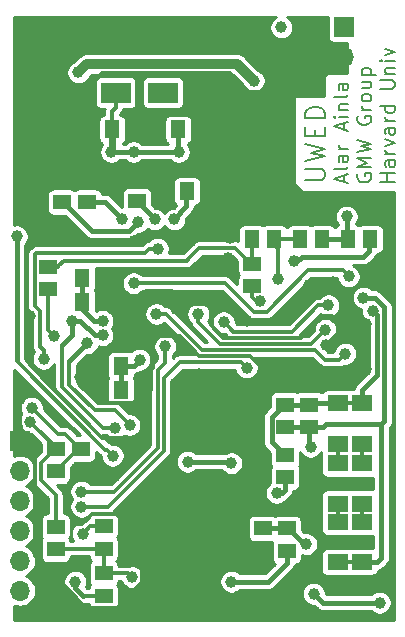
<source format=gbr>
G04 #@! TF.GenerationSoftware,KiCad,Pcbnew,(5.1.0)-1*
G04 #@! TF.CreationDate,2019-05-26T23:58:58+02:00*
G04 #@! TF.ProjectId,UWED,55574544-2e6b-4696-9361-645f70636258,rev?*
G04 #@! TF.SameCoordinates,Original*
G04 #@! TF.FileFunction,Copper,L2,Bot*
G04 #@! TF.FilePolarity,Positive*
%FSLAX46Y46*%
G04 Gerber Fmt 4.6, Leading zero omitted, Abs format (unit mm)*
G04 Created by KiCad (PCBNEW (5.1.0)-1) date 2019-05-26 23:58:58*
%MOMM*%
%LPD*%
G04 APERTURE LIST*
%ADD10C,0.203200*%
%ADD11C,0.177800*%
%ADD12R,2.500000X1.800000*%
%ADD13R,1.700000X1.700000*%
%ADD14O,1.700000X1.700000*%
%ADD15R,1.500000X1.300000*%
%ADD16R,1.300000X1.500000*%
%ADD17R,1.800000X1.400000*%
%ADD18C,1.000000*%
%ADD19C,0.812800*%
%ADD20C,0.609600*%
%ADD21C,0.406400*%
%ADD22C,0.406000*%
%ADD23C,0.601000*%
%ADD24C,0.305000*%
%ADD25C,0.304800*%
%ADD26C,0.254000*%
G04 APERTURE END LIST*
D10*
X160433833Y-95068110D02*
X160433833Y-94493586D01*
X160778547Y-95183015D02*
X159572047Y-94780848D01*
X160778547Y-94378681D01*
X160778547Y-93804158D02*
X160721095Y-93919062D01*
X160606190Y-93976515D01*
X159572047Y-93976515D01*
X160778547Y-92827467D02*
X160146571Y-92827467D01*
X160031666Y-92884920D01*
X159974214Y-92999824D01*
X159974214Y-93229634D01*
X160031666Y-93344539D01*
X160721095Y-92827467D02*
X160778547Y-92942372D01*
X160778547Y-93229634D01*
X160721095Y-93344539D01*
X160606190Y-93401991D01*
X160491285Y-93401991D01*
X160376380Y-93344539D01*
X160318928Y-93229634D01*
X160318928Y-92942372D01*
X160261476Y-92827467D01*
X160778547Y-92252943D02*
X159974214Y-92252943D01*
X160204023Y-92252943D02*
X160089119Y-92195491D01*
X160031666Y-92138039D01*
X159974214Y-92023134D01*
X159974214Y-91908229D01*
X160433833Y-90644277D02*
X160433833Y-90069753D01*
X160778547Y-90759181D02*
X159572047Y-90357015D01*
X160778547Y-89954848D01*
X160778547Y-89552681D02*
X159974214Y-89552681D01*
X159572047Y-89552681D02*
X159629500Y-89610134D01*
X159686952Y-89552681D01*
X159629500Y-89495229D01*
X159572047Y-89552681D01*
X159686952Y-89552681D01*
X159974214Y-88978158D02*
X160778547Y-88978158D01*
X160089119Y-88978158D02*
X160031666Y-88920705D01*
X159974214Y-88805800D01*
X159974214Y-88633443D01*
X160031666Y-88518539D01*
X160146571Y-88461086D01*
X160778547Y-88461086D01*
X160778547Y-87714205D02*
X160721095Y-87829110D01*
X160606190Y-87886562D01*
X159572047Y-87886562D01*
X160778547Y-86737515D02*
X160146571Y-86737515D01*
X160031666Y-86794967D01*
X159974214Y-86909872D01*
X159974214Y-87139681D01*
X160031666Y-87254586D01*
X160721095Y-86737515D02*
X160778547Y-86852420D01*
X160778547Y-87139681D01*
X160721095Y-87254586D01*
X160606190Y-87312039D01*
X160491285Y-87312039D01*
X160376380Y-87254586D01*
X160318928Y-87139681D01*
X160318928Y-86852420D01*
X160261476Y-86737515D01*
D11*
X157160466Y-94912263D02*
X158527833Y-94912263D01*
X158688700Y-94831830D01*
X158769133Y-94751396D01*
X158849566Y-94590530D01*
X158849566Y-94268796D01*
X158769133Y-94107930D01*
X158688700Y-94027496D01*
X158527833Y-93947063D01*
X157160466Y-93947063D01*
X157160466Y-93303596D02*
X158849566Y-92901430D01*
X157643066Y-92579696D01*
X158849566Y-92257963D01*
X157160466Y-91855796D01*
X157964800Y-91212330D02*
X157964800Y-90649296D01*
X158849566Y-90407996D02*
X158849566Y-91212330D01*
X157160466Y-91212330D01*
X157160466Y-90407996D01*
X158849566Y-89684096D02*
X157160466Y-89684096D01*
X157160466Y-89281930D01*
X157240900Y-89040630D01*
X157401766Y-88879763D01*
X157562633Y-88799330D01*
X157884366Y-88718896D01*
X158125666Y-88718896D01*
X158447400Y-88799330D01*
X158608266Y-88879763D01*
X158769133Y-89040630D01*
X158849566Y-89281930D01*
X158849566Y-89684096D01*
X161578950Y-94395191D02*
X161521497Y-94510096D01*
X161521497Y-94682453D01*
X161578950Y-94854810D01*
X161693854Y-94969715D01*
X161808759Y-95027168D01*
X162038569Y-95084620D01*
X162210926Y-95084620D01*
X162440735Y-95027168D01*
X162555640Y-94969715D01*
X162670545Y-94854810D01*
X162727997Y-94682453D01*
X162727997Y-94567549D01*
X162670545Y-94395191D01*
X162613092Y-94337739D01*
X162210926Y-94337739D01*
X162210926Y-94567549D01*
X162727997Y-93820668D02*
X161521497Y-93820668D01*
X162383283Y-93418501D01*
X161521497Y-93016334D01*
X162727997Y-93016334D01*
X161521497Y-92556715D02*
X162727997Y-92269453D01*
X161866211Y-92039644D01*
X162727997Y-91809834D01*
X161521497Y-91522572D01*
X161578950Y-89511739D02*
X161521497Y-89626644D01*
X161521497Y-89799001D01*
X161578950Y-89971358D01*
X161693854Y-90086263D01*
X161808759Y-90143715D01*
X162038569Y-90201168D01*
X162210926Y-90201168D01*
X162440735Y-90143715D01*
X162555640Y-90086263D01*
X162670545Y-89971358D01*
X162727997Y-89799001D01*
X162727997Y-89684096D01*
X162670545Y-89511739D01*
X162613092Y-89454287D01*
X162210926Y-89454287D01*
X162210926Y-89684096D01*
X162727997Y-88937215D02*
X161923664Y-88937215D01*
X162153473Y-88937215D02*
X162038569Y-88879763D01*
X161981116Y-88822310D01*
X161923664Y-88707406D01*
X161923664Y-88592501D01*
X162727997Y-88017977D02*
X162670545Y-88132882D01*
X162613092Y-88190334D01*
X162498188Y-88247787D01*
X162153473Y-88247787D01*
X162038569Y-88190334D01*
X161981116Y-88132882D01*
X161923664Y-88017977D01*
X161923664Y-87845620D01*
X161981116Y-87730715D01*
X162038569Y-87673263D01*
X162153473Y-87615810D01*
X162498188Y-87615810D01*
X162613092Y-87673263D01*
X162670545Y-87730715D01*
X162727997Y-87845620D01*
X162727997Y-88017977D01*
X161923664Y-86581668D02*
X162727997Y-86581668D01*
X161923664Y-87098739D02*
X162555640Y-87098739D01*
X162670545Y-87041287D01*
X162727997Y-86926382D01*
X162727997Y-86754025D01*
X162670545Y-86639120D01*
X162613092Y-86581668D01*
X161923664Y-86007144D02*
X163130164Y-86007144D01*
X161981116Y-86007144D02*
X161923664Y-85892239D01*
X161923664Y-85662430D01*
X161981116Y-85547525D01*
X162038569Y-85490072D01*
X162153473Y-85432620D01*
X162498188Y-85432620D01*
X162613092Y-85490072D01*
X162670545Y-85547525D01*
X162727997Y-85662430D01*
X162727997Y-85892239D01*
X162670545Y-86007144D01*
X164715547Y-95027168D02*
X163509047Y-95027168D01*
X164083571Y-95027168D02*
X164083571Y-94337739D01*
X164715547Y-94337739D02*
X163509047Y-94337739D01*
X164715547Y-93246144D02*
X164083571Y-93246144D01*
X163968666Y-93303596D01*
X163911214Y-93418501D01*
X163911214Y-93648310D01*
X163968666Y-93763215D01*
X164658095Y-93246144D02*
X164715547Y-93361049D01*
X164715547Y-93648310D01*
X164658095Y-93763215D01*
X164543190Y-93820668D01*
X164428285Y-93820668D01*
X164313380Y-93763215D01*
X164255928Y-93648310D01*
X164255928Y-93361049D01*
X164198476Y-93246144D01*
X164715547Y-92671620D02*
X163911214Y-92671620D01*
X164141023Y-92671620D02*
X164026119Y-92614168D01*
X163968666Y-92556715D01*
X163911214Y-92441810D01*
X163911214Y-92326906D01*
X163911214Y-92039644D02*
X164715547Y-91752382D01*
X163911214Y-91465120D01*
X164715547Y-90488430D02*
X164083571Y-90488430D01*
X163968666Y-90545882D01*
X163911214Y-90660787D01*
X163911214Y-90890596D01*
X163968666Y-91005501D01*
X164658095Y-90488430D02*
X164715547Y-90603334D01*
X164715547Y-90890596D01*
X164658095Y-91005501D01*
X164543190Y-91062953D01*
X164428285Y-91062953D01*
X164313380Y-91005501D01*
X164255928Y-90890596D01*
X164255928Y-90603334D01*
X164198476Y-90488430D01*
X164715547Y-89913906D02*
X163911214Y-89913906D01*
X164141023Y-89913906D02*
X164026119Y-89856453D01*
X163968666Y-89799001D01*
X163911214Y-89684096D01*
X163911214Y-89569191D01*
X164715547Y-88649953D02*
X163509047Y-88649953D01*
X164658095Y-88649953D02*
X164715547Y-88764858D01*
X164715547Y-88994668D01*
X164658095Y-89109572D01*
X164600642Y-89167025D01*
X164485738Y-89224477D01*
X164141023Y-89224477D01*
X164026119Y-89167025D01*
X163968666Y-89109572D01*
X163911214Y-88994668D01*
X163911214Y-88764858D01*
X163968666Y-88649953D01*
X163509047Y-87156191D02*
X164485738Y-87156191D01*
X164600642Y-87098739D01*
X164658095Y-87041287D01*
X164715547Y-86926382D01*
X164715547Y-86696572D01*
X164658095Y-86581668D01*
X164600642Y-86524215D01*
X164485738Y-86466763D01*
X163509047Y-86466763D01*
X163911214Y-85892239D02*
X164715547Y-85892239D01*
X164026119Y-85892239D02*
X163968666Y-85834787D01*
X163911214Y-85719882D01*
X163911214Y-85547525D01*
X163968666Y-85432620D01*
X164083571Y-85375168D01*
X164715547Y-85375168D01*
X164715547Y-84800644D02*
X163911214Y-84800644D01*
X163509047Y-84800644D02*
X163566500Y-84858096D01*
X163623952Y-84800644D01*
X163566500Y-84743191D01*
X163509047Y-84800644D01*
X163623952Y-84800644D01*
X163911214Y-84341025D02*
X164715547Y-84053763D01*
X163911214Y-83766501D01*
D12*
X141097000Y-87503000D03*
X145097000Y-87503000D03*
D13*
X160401000Y-81915000D03*
D14*
X160401000Y-84455000D03*
D13*
X132969000Y-116967000D03*
D14*
X132969000Y-119507000D03*
X132969000Y-122047000D03*
X132969000Y-124587000D03*
X132969000Y-127127000D03*
X132969000Y-129667000D03*
D15*
X155575000Y-126299000D03*
X155575000Y-124399000D03*
X136017000Y-117668000D03*
X136017000Y-119568000D03*
X136017000Y-126172000D03*
X136017000Y-124272000D03*
X140081000Y-130109000D03*
X140081000Y-128209000D03*
X140081000Y-124206000D03*
X140081000Y-126106000D03*
X153543000Y-126299000D03*
X153543000Y-124399000D03*
X138176000Y-119568000D03*
X138176000Y-117668000D03*
D16*
X148282600Y-90622200D03*
X146382600Y-90622200D03*
D15*
X155448000Y-113919000D03*
X155448000Y-115819000D03*
D16*
X139639000Y-110617000D03*
X141539000Y-110617000D03*
X139639000Y-112649000D03*
X141539000Y-112649000D03*
X140154600Y-103195200D03*
X138254600Y-103195200D03*
X140154600Y-105227200D03*
X138254600Y-105227200D03*
X142694600Y-90622200D03*
X140794600Y-90622200D03*
D15*
X138696600Y-94879200D03*
X138696600Y-96779200D03*
X142887600Y-94752200D03*
X142887600Y-96652200D03*
X136537600Y-94879200D03*
X136537600Y-96779200D03*
D16*
X145239600Y-95829200D03*
X147139600Y-95829200D03*
X152605600Y-99893200D03*
X154505600Y-99893200D03*
D17*
X161937600Y-127247200D03*
X161937600Y-123847200D03*
X161937600Y-122294200D03*
X161937600Y-118894200D03*
X159905600Y-123847200D03*
X159905600Y-127247200D03*
X161937600Y-117214200D03*
X161937600Y-113814200D03*
X159905600Y-118894200D03*
X159905600Y-122294200D03*
X159905600Y-113814200D03*
X159905600Y-117214200D03*
D15*
X135394600Y-102245200D03*
X135394600Y-104145200D03*
X152666600Y-103891200D03*
X152666600Y-101991200D03*
D16*
X158569600Y-99893200D03*
X156669600Y-99893200D03*
X162633600Y-99893200D03*
X160733600Y-99893200D03*
D15*
X157480000Y-113919000D03*
X157480000Y-115819000D03*
X155448000Y-120076000D03*
X155448000Y-118176000D03*
D18*
X142506600Y-81986200D03*
X142379600Y-105608200D03*
X146189600Y-105862200D03*
X158508600Y-97734200D03*
X148163302Y-111297720D03*
X138088200Y-111545200D03*
X155206608Y-84002200D03*
X149225000Y-97028000D03*
X149225000Y-93853000D03*
X135001000Y-98933000D03*
X136271000Y-83439000D03*
X138557000Y-89027000D03*
X154559000Y-93853000D03*
X153035000Y-81661000D03*
X163195000Y-128651000D03*
X133985000Y-131445000D03*
X138176000Y-119568000D03*
X149225000Y-128270000D03*
X142621000Y-100076000D03*
X143637000Y-112014000D03*
X144327800Y-91511200D03*
X138303000Y-131445000D03*
X150749000Y-131445000D03*
X154686000Y-131191000D03*
X141605000Y-131445000D03*
X144272000Y-131445000D03*
X147574000Y-131445000D03*
X152192236Y-106864811D03*
X157462790Y-103759000D03*
X159529924Y-103504572D03*
X162317379Y-107061000D03*
X162326008Y-110871000D03*
X132969000Y-113411000D03*
X133837991Y-106426000D03*
X141034178Y-119949376D03*
X145060602Y-107696000D03*
X150749000Y-99800513D03*
X150603056Y-101505324D03*
X157946011Y-131453129D03*
X158867113Y-108901170D03*
X153923999Y-111251999D03*
X157696000Y-127292000D03*
X156222600Y-101798200D03*
X153273324Y-105128466D03*
X154825600Y-103322200D03*
X141628283Y-98185396D03*
X146443600Y-92527200D03*
X140728600Y-92527200D03*
X142633588Y-92527200D03*
X144411600Y-98242200D03*
X160667600Y-97988200D03*
X163449000Y-130682992D03*
X142494000Y-128524000D03*
X143002000Y-98425000D03*
X157861000Y-129920990D03*
X146062600Y-98242200D03*
X143129000Y-110109012D03*
X139984607Y-106830281D03*
X154738012Y-121400761D03*
X138176000Y-121285000D03*
X145288000Y-108986009D03*
X138176000Y-122555000D03*
X152201071Y-110806121D03*
X137668000Y-128905000D03*
X142268670Y-115640059D03*
X138683302Y-108712797D03*
X138303000Y-124840996D03*
X137396590Y-106807000D03*
X141063565Y-115857439D03*
X139980190Y-108036685D03*
X157225998Y-125729998D03*
X133851559Y-115371607D03*
X150876000Y-128905000D03*
X142621000Y-103631992D03*
X160832599Y-103061702D03*
X162854382Y-105969958D03*
X132727600Y-99664618D03*
X147193000Y-118745000D03*
X140843000Y-118236996D03*
X150876000Y-118872000D03*
X162070220Y-104861200D03*
X157607000Y-117475000D03*
X159105200Y-105511200D03*
X150241000Y-106934000D03*
X148094600Y-106243200D03*
X158854510Y-107589009D03*
X160528000Y-109601000D03*
X144540812Y-106243200D03*
X133985000Y-114173000D03*
X155122800Y-81971779D03*
X144653000Y-100711000D03*
X135018219Y-110043928D03*
X135890004Y-108077000D03*
X137934600Y-85796200D03*
X152793600Y-86499602D03*
D19*
X142694600Y-90622200D02*
X142760600Y-90622200D01*
D20*
X138696600Y-94879200D02*
X139204600Y-94879200D01*
X139204600Y-94879200D02*
X139331600Y-94879200D01*
X142887600Y-94752200D02*
X139204600Y-94752200D01*
X139204600Y-94752200D02*
X139204600Y-94879200D01*
D19*
X136537600Y-94879200D02*
X138696600Y-94879200D01*
D20*
X145239600Y-95829200D02*
X144792600Y-95829200D01*
X144792600Y-95829200D02*
X143776600Y-94813200D01*
X143776600Y-94813200D02*
X142948600Y-94813200D01*
X142948600Y-94813200D02*
X142887600Y-94752200D01*
D21*
X146189600Y-105862200D02*
X146189600Y-104719200D01*
X146189600Y-104719200D02*
X145808600Y-104338200D01*
X145808600Y-104338200D02*
X143649600Y-104338200D01*
X143649600Y-104338200D02*
X142379600Y-105608200D01*
X140154600Y-105227200D02*
X140154600Y-103195200D01*
X140154600Y-103195200D02*
X140154600Y-105623400D01*
X140154600Y-105623400D02*
X140093600Y-105684400D01*
X142303400Y-105684400D02*
X142379600Y-105608200D01*
D22*
X153100960Y-111577200D02*
X153085640Y-111561880D01*
X158000600Y-111577200D02*
X153100960Y-111577200D01*
D21*
X144142201Y-110751190D02*
X143990289Y-110903102D01*
X144142201Y-107370801D02*
X144142201Y-110751190D01*
X143990289Y-112633511D02*
X142379600Y-114244200D01*
X143990289Y-110903102D02*
X143990289Y-112633511D01*
X142379600Y-105608200D02*
X144142201Y-107370801D01*
D22*
X138583000Y-112649000D02*
X138430000Y-112496000D01*
X139639000Y-112649000D02*
X138583000Y-112649000D01*
X138088200Y-112256549D02*
X138088200Y-111545200D01*
X138327651Y-112496000D02*
X138088200Y-112256549D01*
X138430000Y-112496000D02*
X138327651Y-112496000D01*
X143510000Y-115374600D02*
X142379600Y-114244200D01*
X143510000Y-115992282D02*
X143510000Y-115374600D01*
D23*
X149225000Y-97028000D02*
X149225000Y-93853000D01*
D24*
X143510000Y-115992282D02*
X143510000Y-116078000D01*
X141998600Y-105227200D02*
X142379600Y-105608200D01*
X140154600Y-105227200D02*
X141998600Y-105227200D01*
X142694600Y-90622200D02*
X142694600Y-90522200D01*
X143595501Y-85893499D02*
X143637000Y-85852000D01*
X143129000Y-89132800D02*
X143129000Y-85852000D01*
X142694600Y-89567200D02*
X143129000Y-89132800D01*
X142694600Y-90622200D02*
X142694600Y-89567200D01*
X143637000Y-85852000D02*
X143129000Y-85852000D01*
X138557000Y-87249000D02*
X138557000Y-89027000D01*
X143129000Y-85852000D02*
X139954000Y-85852000D01*
X139954000Y-85852000D02*
X138557000Y-87249000D01*
X159423100Y-106428540D02*
X160652460Y-107657900D01*
X150211073Y-108267911D02*
X156781089Y-108267911D01*
X149154079Y-107210917D02*
X150211073Y-108267911D01*
X146189600Y-105862200D02*
X146692799Y-105359001D01*
X156781089Y-108267911D02*
X158620460Y-106428540D01*
X149154079Y-105359001D02*
X149154079Y-107210917D01*
X158620460Y-106428540D02*
X159423100Y-106428540D01*
X146692799Y-105359001D02*
X149154079Y-105359001D01*
X156959791Y-104261999D02*
X157462790Y-103759000D01*
X159529924Y-103504572D02*
X157717218Y-103504572D01*
X157717218Y-103504572D02*
X157462790Y-103759000D01*
X152192236Y-106864811D02*
X154356979Y-106864811D01*
X154356979Y-106864811D02*
X156959791Y-104261999D01*
X161249360Y-107061000D02*
X161606030Y-107061000D01*
X160652460Y-107657900D02*
X161249360Y-107061000D01*
X161606030Y-107061000D02*
X162317379Y-107061000D01*
D21*
X158000600Y-111577200D02*
X161619808Y-111577200D01*
X161619808Y-111577200D02*
X161823009Y-111373999D01*
X161823009Y-111373999D02*
X162326008Y-110871000D01*
D24*
X162326008Y-109331448D02*
X162326008Y-110159651D01*
X162326008Y-110159651D02*
X162326008Y-110871000D01*
X160652460Y-107657900D02*
X162326008Y-109331448D01*
X160652460Y-107657900D02*
X160110383Y-107657900D01*
X160110383Y-107657900D02*
X159370112Y-108398171D01*
X159370112Y-108398171D02*
X158867113Y-108901170D01*
D22*
X132969000Y-115711000D02*
X132945558Y-115687558D01*
X132969000Y-116967000D02*
X132969000Y-115711000D01*
X132945558Y-113688442D02*
X133096000Y-113538000D01*
X132945558Y-115687558D02*
X132945558Y-113688442D01*
X133837991Y-110403253D02*
X133837991Y-107137349D01*
X133858000Y-110423262D02*
X133837991Y-110403253D01*
X133837991Y-107137349D02*
X133837991Y-106426000D01*
D24*
X143637000Y-112725349D02*
X143637000Y-112014000D01*
X142570349Y-113792000D02*
X143637000Y-112725349D01*
X138088200Y-111545200D02*
X140335000Y-113792000D01*
X140335000Y-113792000D02*
X142570349Y-113792000D01*
X141172641Y-131111501D02*
X143349501Y-128934641D01*
X138076000Y-119568000D02*
X138176000Y-119568000D01*
X138580893Y-131111501D02*
X141172641Y-131111501D01*
X137121000Y-123214136D02*
X137121000Y-120523000D01*
X143349501Y-125439999D02*
X141113001Y-123203499D01*
X139048999Y-123203499D02*
X138267003Y-123985495D01*
X137121000Y-120523000D02*
X138076000Y-119568000D01*
X141113001Y-123203499D02*
X139048999Y-123203499D01*
X137892359Y-123985495D02*
X137121000Y-123214136D01*
X134241989Y-126772597D02*
X138580893Y-131111501D01*
X143349501Y-128934641D02*
X143349501Y-125439999D01*
X132969000Y-117355829D02*
X134241989Y-118628818D01*
X134241989Y-118628818D02*
X134241989Y-126772597D01*
X132969000Y-113411000D02*
X132969000Y-117355829D01*
X138267003Y-123985495D02*
X137892359Y-123985495D01*
X133858000Y-110600263D02*
X139970737Y-116713000D01*
X133858000Y-110423262D02*
X133858000Y-110600263D01*
D22*
X143510000Y-116402884D02*
X143510000Y-115992282D01*
X141749002Y-116984002D02*
X142928882Y-116984002D01*
D24*
X139970737Y-116713000D02*
X141478000Y-116713000D01*
D22*
X141478000Y-116713000D02*
X141749002Y-116984002D01*
X142928882Y-116984002D02*
X143510000Y-116402884D01*
D19*
X150388006Y-81986200D02*
X143218232Y-81986200D01*
X151482995Y-83081189D02*
X150388006Y-81986200D01*
X143218232Y-81986200D02*
X142506600Y-81986200D01*
X148282600Y-90622200D02*
X150821210Y-90622200D01*
X150821210Y-90622200D02*
X155206608Y-86236802D01*
X155206608Y-86236802D02*
X155206608Y-84713832D01*
D24*
X152382863Y-87482301D02*
X157373699Y-87482301D01*
X159551001Y-85304999D02*
X160401000Y-84455000D01*
X143637000Y-85852000D02*
X150752562Y-85852000D01*
X157373699Y-87482301D02*
X159551001Y-85304999D01*
X150752562Y-85852000D02*
X152382863Y-87482301D01*
D19*
X155206608Y-84713832D02*
X155206608Y-84002200D01*
D24*
X164592000Y-131318000D02*
X163956872Y-131953128D01*
X164592000Y-130048000D02*
X164592000Y-131318000D01*
X163956872Y-131953128D02*
X158446010Y-131953128D01*
X158446010Y-131953128D02*
X157946011Y-131453129D01*
X163195000Y-128651000D02*
X164592000Y-130048000D01*
X152880441Y-111797719D02*
X148663301Y-111797719D01*
X148663301Y-111797719D02*
X148163302Y-111297720D01*
X148160819Y-109782544D02*
X152454544Y-109782544D01*
X142379600Y-105608200D02*
X144901899Y-108130499D01*
X146508775Y-108130499D02*
X148160819Y-109782544D01*
X153100960Y-111577200D02*
X152880441Y-111797719D01*
X157675399Y-111251999D02*
X154631105Y-111251999D01*
X144901899Y-108130499D02*
X146508775Y-108130499D01*
X152454544Y-109782544D02*
X153424000Y-110752000D01*
X153424000Y-110752000D02*
X153923999Y-111251999D01*
X158000600Y-111577200D02*
X157675399Y-111251999D01*
X154631105Y-111251999D02*
X153923999Y-111251999D01*
D23*
X151328200Y-90622200D02*
X154559000Y-93853000D01*
X150821210Y-90622200D02*
X151328200Y-90622200D01*
X158440200Y-97734200D02*
X154559000Y-93853000D01*
X158508600Y-97734200D02*
X158440200Y-97734200D01*
X154285597Y-83081189D02*
X155206608Y-84002200D01*
X152578811Y-83081189D02*
X154285597Y-83081189D01*
D19*
X152578811Y-83081189D02*
X151482995Y-83081189D01*
D21*
X156222600Y-101798200D02*
X156476600Y-101798200D01*
X156476600Y-101798200D02*
X156857600Y-101417200D01*
X156857600Y-101417200D02*
X162064600Y-101417200D01*
X162064600Y-101417200D02*
X162572600Y-100909200D01*
X162572600Y-100909200D02*
X162572600Y-99954200D01*
X162572600Y-99954200D02*
X162633600Y-99893200D01*
D25*
X152666600Y-104846000D02*
X152949066Y-105128466D01*
X152666600Y-103891200D02*
X152666600Y-104846000D01*
X152949066Y-105128466D02*
X153273324Y-105128466D01*
X154825600Y-103322200D02*
X154825600Y-100848200D01*
X154825600Y-100848200D02*
X154505600Y-99893200D01*
X154505600Y-99893200D02*
X156669600Y-99893200D01*
D21*
X138696600Y-96779200D02*
X140222087Y-96779200D01*
X141125084Y-97682197D02*
X141628283Y-98185396D01*
X140222087Y-96779200D02*
X141125084Y-97682197D01*
X146443600Y-92527200D02*
X146382600Y-92527200D01*
X146382600Y-92527200D02*
X146382600Y-90622200D01*
D20*
X140728600Y-92527200D02*
X140794600Y-92527200D01*
X140794600Y-92527200D02*
X140794600Y-90622200D01*
D24*
X141097000Y-87503000D02*
X141097000Y-88773000D01*
X140794600Y-89075400D02*
X140794600Y-90622200D01*
X141097000Y-88773000D02*
X140794600Y-89075400D01*
D21*
X140728600Y-92527200D02*
X142633588Y-92527200D01*
X146443600Y-92527200D02*
X142633588Y-92527200D01*
X144411600Y-98242200D02*
X142887600Y-96718200D01*
X142887600Y-96718200D02*
X142887600Y-96652200D01*
D25*
X152666600Y-101991200D02*
X152666600Y-99954200D01*
X152666600Y-99954200D02*
X152605600Y-99893200D01*
X135394600Y-102245200D02*
X136217600Y-102245200D01*
X136217600Y-102245200D02*
X136326870Y-102135930D01*
D24*
X147106640Y-101727000D02*
X147317460Y-101516180D01*
X136326870Y-102135930D02*
X136735800Y-101727000D01*
X136735800Y-101727000D02*
X147106640Y-101727000D01*
D25*
X152566600Y-101991200D02*
X152666600Y-101991200D01*
X148180717Y-100652923D02*
X151228323Y-100652923D01*
X147317460Y-101516180D02*
X148180717Y-100652923D01*
X151228323Y-100652923D02*
X152566600Y-101991200D01*
D21*
X158569600Y-99893200D02*
X160733600Y-99893200D01*
X160667600Y-97988200D02*
X160667600Y-99827200D01*
X160667600Y-99827200D02*
X160733600Y-99893200D01*
D25*
X161937600Y-123847200D02*
X161937600Y-122294200D01*
X161937600Y-118894200D02*
X161937600Y-117214200D01*
X159905600Y-123847200D02*
X159905600Y-122294200D01*
X159905600Y-118894200D02*
X159905600Y-117214200D01*
D24*
X136017000Y-126172000D02*
X137072000Y-126172000D01*
X140081000Y-126106000D02*
X140081000Y-128209000D01*
X142179000Y-128209000D02*
X142494000Y-128524000D01*
X140081000Y-128209000D02*
X142179000Y-128209000D01*
D21*
X142237201Y-99189799D02*
X142498801Y-98928199D01*
X136637600Y-96779200D02*
X139048199Y-99189799D01*
X139048199Y-99189799D02*
X142237201Y-99189799D01*
X142498801Y-98928199D02*
X143002000Y-98425000D01*
X136537600Y-96779200D02*
X136637600Y-96779200D01*
D24*
X137138000Y-126106000D02*
X137072000Y-126172000D01*
X140081000Y-126106000D02*
X137138000Y-126106000D01*
D22*
X163449000Y-130682992D02*
X158623002Y-130682992D01*
X158360999Y-130420989D02*
X157861000Y-129920990D01*
X158623002Y-130682992D02*
X158360999Y-130420989D01*
D21*
X146062600Y-98242200D02*
X147078600Y-97099200D01*
X147078600Y-97099200D02*
X147078600Y-95890200D01*
X147078600Y-95890200D02*
X147139600Y-95829200D01*
X138254600Y-105227200D02*
X138254600Y-103195200D01*
D22*
X141539000Y-110617000D02*
X141539000Y-112649000D01*
X141539000Y-110617000D02*
X142621012Y-110617000D01*
X142626001Y-110612011D02*
X143129000Y-110109012D01*
X142621012Y-110617000D02*
X142626001Y-110612011D01*
D21*
X139272975Y-106830281D02*
X139984607Y-106830281D01*
X138254600Y-103195200D02*
X138254600Y-105811906D01*
X138254600Y-105811906D02*
X139272975Y-106830281D01*
D22*
X155179239Y-121400761D02*
X154738012Y-121400761D01*
X155448000Y-121132000D02*
X155179239Y-121400761D01*
X155448000Y-120076000D02*
X155448000Y-121132000D01*
D24*
X140964696Y-121285000D02*
X144653000Y-117596696D01*
X145288000Y-110363000D02*
X145288000Y-109697358D01*
X144653000Y-110998000D02*
X145288000Y-110363000D01*
X145288000Y-109697358D02*
X145288000Y-108986009D01*
X144653000Y-117596696D02*
X144653000Y-110998000D01*
X138176000Y-121285000D02*
X140964696Y-121285000D01*
D25*
X145157911Y-111681545D02*
X146533334Y-110306122D01*
X146533334Y-110306122D02*
X151701072Y-110306122D01*
X145157911Y-117805836D02*
X145157911Y-111681545D01*
X140408747Y-122555000D02*
X145157911Y-117805836D01*
X138176000Y-122555000D02*
X140408747Y-122555000D01*
X151701072Y-110306122D02*
X152201071Y-110806121D01*
D22*
X137668000Y-128905000D02*
X137668000Y-129413000D01*
X137668000Y-129413000D02*
X138364000Y-130109000D01*
D24*
X139026000Y-130109000D02*
X138364000Y-130109000D01*
X140081000Y-130109000D02*
X139026000Y-130109000D01*
X137160000Y-110236014D02*
X137160000Y-112236292D01*
X141039784Y-114411173D02*
X141765671Y-115137060D01*
X141765671Y-115137060D02*
X142268670Y-115640059D01*
X139334881Y-114411173D02*
X141039784Y-114411173D01*
X137160000Y-112236292D02*
X139334881Y-114411173D01*
D22*
X137160000Y-110236014D02*
X137160085Y-110236014D01*
X137160085Y-110236014D02*
X138180303Y-109215796D01*
X138180303Y-109215796D02*
X138683302Y-108712797D01*
D24*
X138937996Y-124206000D02*
X138303000Y-124840996D01*
X140081000Y-124206000D02*
X138937996Y-124206000D01*
D22*
X137396590Y-107518632D02*
X137396590Y-106807000D01*
X136573989Y-108831591D02*
X137396590Y-108008990D01*
X137396590Y-108008990D02*
X137396590Y-107518632D01*
D24*
X139995538Y-115857439D02*
X140352216Y-115857439D01*
X136573989Y-108831591D02*
X136573989Y-112435890D01*
X136573989Y-112435890D02*
X139995538Y-115857439D01*
X140352216Y-115857439D02*
X141063565Y-115857439D01*
D21*
X138108222Y-106807000D02*
X139337907Y-108036685D01*
X139337907Y-108036685D02*
X139980190Y-108036685D01*
X137396590Y-106807000D02*
X138108222Y-106807000D01*
D22*
X155575000Y-124399000D02*
X153543000Y-124399000D01*
X155664000Y-124310000D02*
X155575000Y-124399000D01*
X155575000Y-124399000D02*
X155675000Y-124399000D01*
X155675000Y-124399000D02*
X157005998Y-125729998D01*
X157005998Y-125729998D02*
X157225998Y-125729998D01*
D24*
X136017000Y-117668000D02*
X135917000Y-117668000D01*
X135917000Y-117668000D02*
X135917000Y-117437048D01*
X134354558Y-115874606D02*
X133851559Y-115371607D01*
X135917000Y-117437048D02*
X134354558Y-115874606D01*
X136017000Y-121566502D02*
X136017000Y-124272000D01*
X134747000Y-120296502D02*
X136017000Y-121566502D01*
X134747000Y-118838000D02*
X134747000Y-120296502D01*
X135917000Y-117668000D02*
X134747000Y-118838000D01*
D22*
X151587349Y-128905000D02*
X150876000Y-128905000D01*
X154025000Y-128905000D02*
X151587349Y-128905000D01*
X155575000Y-127355000D02*
X154025000Y-128905000D01*
X155575000Y-126299000D02*
X155575000Y-127355000D01*
D25*
X161937600Y-113814200D02*
X159905600Y-113814200D01*
D22*
X155448000Y-113919000D02*
X157480000Y-113919000D01*
X157584800Y-113814200D02*
X157480000Y-113919000D01*
X159905600Y-113814200D02*
X157584800Y-113814200D01*
X155348000Y-118176000D02*
X155448000Y-118176000D01*
X154292000Y-117120000D02*
X155348000Y-118176000D01*
X154292000Y-114975000D02*
X154292000Y-117120000D01*
X155348000Y-113919000D02*
X154292000Y-114975000D01*
X155448000Y-113919000D02*
X155348000Y-113919000D01*
D25*
X150367992Y-103631992D02*
X143332632Y-103631992D01*
X143332632Y-103631992D02*
X142621000Y-103631992D01*
D24*
X150367992Y-103631992D02*
X152781000Y-106045000D01*
X157397143Y-102558503D02*
X160329400Y-102558503D01*
X152781000Y-106045000D02*
X153910646Y-106045000D01*
X160329400Y-102558503D02*
X160832599Y-103061702D01*
X153910646Y-106045000D02*
X157397143Y-102558503D01*
D21*
X161937600Y-113814200D02*
X161937600Y-112707800D01*
X161937600Y-112707800D02*
X163232209Y-111413191D01*
X163232209Y-106347785D02*
X162854382Y-105969958D01*
X163232209Y-111413191D02*
X163232209Y-106347785D01*
D22*
X132727600Y-110121604D02*
X132727600Y-99664618D01*
D24*
X140212997Y-117733997D02*
X140340001Y-117733997D01*
X140340001Y-117733997D02*
X140843000Y-118236996D01*
X132727600Y-110248600D02*
X140212997Y-117733997D01*
X132727600Y-110121604D02*
X132727600Y-110248600D01*
D22*
X150749000Y-118745000D02*
X150876000Y-118872000D01*
X147193000Y-118745000D02*
X150749000Y-118745000D01*
D25*
X159905600Y-127247200D02*
X161937600Y-127247200D01*
X157426600Y-115514200D02*
X157492600Y-115448200D01*
D21*
X157685600Y-115641200D02*
X157492600Y-115448200D01*
D22*
X163243600Y-127247200D02*
X161937600Y-127247200D01*
X163588600Y-126902200D02*
X163243600Y-127247200D01*
X163588600Y-115641200D02*
X163588600Y-126902200D01*
X155448000Y-115819000D02*
X157480000Y-115819000D01*
X158872400Y-115582600D02*
X163588600Y-115582600D01*
X158636000Y-115819000D02*
X158872400Y-115582600D01*
X157480000Y-115819000D02*
X158636000Y-115819000D01*
D21*
X163588600Y-115582600D02*
X163588600Y-115641200D01*
D22*
X157480000Y-117348000D02*
X157607000Y-117475000D01*
X157480000Y-115819000D02*
X157480000Y-117348000D01*
D21*
X163838619Y-115332581D02*
X163838619Y-105672619D01*
X163027200Y-104861200D02*
X162781852Y-104861200D01*
X163838619Y-105672619D02*
X163027200Y-104861200D01*
X162781852Y-104861200D02*
X162070220Y-104861200D01*
X163588600Y-115582600D02*
X163838619Y-115332581D01*
D25*
X151070000Y-107763000D02*
X150744199Y-107437199D01*
X158266568Y-105511200D02*
X156014768Y-107763000D01*
X150744199Y-107437199D02*
X150241000Y-106934000D01*
X159105200Y-105511200D02*
X158266568Y-105511200D01*
X156014768Y-107763000D02*
X151070000Y-107763000D01*
X157670697Y-108772822D02*
X158351311Y-108092208D01*
X158351311Y-108092208D02*
X158854510Y-107589009D01*
X149912590Y-108772822D02*
X157670697Y-108772822D01*
X148094600Y-106954832D02*
X149912590Y-108772822D01*
X148094600Y-106243200D02*
X148094600Y-106954832D01*
X158011712Y-109277633D02*
X148369959Y-109277633D01*
X148369959Y-109277633D02*
X145335526Y-106243200D01*
X158838278Y-110104199D02*
X158011712Y-109277633D01*
X160528000Y-109601000D02*
X160024801Y-110104199D01*
X145252444Y-106243200D02*
X144540812Y-106243200D01*
X160024801Y-110104199D02*
X158838278Y-110104199D01*
X145335526Y-106243200D02*
X145252444Y-106243200D01*
D24*
X137917000Y-117668000D02*
X136017000Y-119568000D01*
X138176000Y-117668000D02*
X137917000Y-117668000D01*
X136497492Y-116380841D02*
X136497492Y-116426817D01*
X138076000Y-117668000D02*
X138176000Y-117668000D01*
X136788841Y-116380841D02*
X138076000Y-117668000D01*
X136497492Y-116380841D02*
X136788841Y-116380841D01*
X134487999Y-114675999D02*
X133985000Y-114173000D01*
X136497492Y-116380841D02*
X136192841Y-116380841D01*
X136192841Y-116380841D02*
X134487999Y-114675999D01*
D25*
X143560368Y-101092000D02*
X134358380Y-101092000D01*
X134258993Y-101191387D02*
X134258993Y-105590599D01*
X134693401Y-109007478D02*
X135018219Y-109332296D01*
X143941368Y-100711000D02*
X143560368Y-101092000D01*
X134258993Y-105590599D02*
X134693401Y-106025007D01*
X134358380Y-101092000D02*
X134258993Y-101191387D01*
X134693401Y-106025007D02*
X134693401Y-109007478D01*
X135018219Y-109332296D02*
X135018219Y-110043928D01*
X144653000Y-100711000D02*
X143941368Y-100711000D01*
X135394600Y-107581596D02*
X135890004Y-108077000D01*
X135394600Y-104145200D02*
X135394600Y-107581596D01*
D19*
X137934600Y-85796200D02*
X138648599Y-85082201D01*
X138648599Y-85082201D02*
X151376199Y-85082201D01*
X152290401Y-85996403D02*
X152793600Y-86499602D01*
X151376199Y-85082201D02*
X152290401Y-85996403D01*
D26*
G36*
X154645333Y-81078501D02*
G01*
X154480238Y-81188814D01*
X154339835Y-81329217D01*
X154229522Y-81494312D01*
X154153537Y-81677756D01*
X154114800Y-81872500D01*
X154114800Y-82071058D01*
X154153537Y-82265802D01*
X154229522Y-82449246D01*
X154339835Y-82614341D01*
X154480238Y-82754744D01*
X154645333Y-82865057D01*
X154828777Y-82941042D01*
X155023521Y-82979779D01*
X155222079Y-82979779D01*
X155416823Y-82941042D01*
X155600267Y-82865057D01*
X155765362Y-82754744D01*
X155905765Y-82614341D01*
X156016078Y-82449246D01*
X156092063Y-82265802D01*
X156130800Y-82071058D01*
X156130800Y-81872500D01*
X156092063Y-81677756D01*
X156016078Y-81494312D01*
X155905765Y-81329217D01*
X155765362Y-81188814D01*
X155600267Y-81078501D01*
X155584089Y-81071800D01*
X159040543Y-81071800D01*
X159040543Y-82765000D01*
X159050351Y-82864585D01*
X159079399Y-82960343D01*
X159126571Y-83048595D01*
X159190052Y-83125948D01*
X159267405Y-83189429D01*
X159355657Y-83236601D01*
X159451415Y-83265649D01*
X159551000Y-83275457D01*
X160672170Y-83275457D01*
X160672170Y-85871133D01*
X158703670Y-85871133D01*
X158703670Y-87826933D01*
X156227948Y-87826933D01*
X156227948Y-95938000D01*
X164680800Y-95938000D01*
X164680800Y-132180600D01*
X132499000Y-132180600D01*
X132499000Y-130943532D01*
X132702786Y-131005350D01*
X132902294Y-131025000D01*
X133035706Y-131025000D01*
X133235214Y-131005350D01*
X133491198Y-130927698D01*
X133727114Y-130801598D01*
X133933897Y-130631897D01*
X134103598Y-130425114D01*
X134229698Y-130189198D01*
X134307350Y-129933214D01*
X134333570Y-129667000D01*
X134307350Y-129400786D01*
X134229698Y-129144802D01*
X134103598Y-128908886D01*
X133933897Y-128702103D01*
X133727114Y-128532402D01*
X133491198Y-128406302D01*
X133460533Y-128397000D01*
X133491198Y-128387698D01*
X133727114Y-128261598D01*
X133933897Y-128091897D01*
X134103598Y-127885114D01*
X134229698Y-127649198D01*
X134307350Y-127393214D01*
X134333570Y-127127000D01*
X134307350Y-126860786D01*
X134229698Y-126604802D01*
X134103598Y-126368886D01*
X133933897Y-126162103D01*
X133727114Y-125992402D01*
X133491198Y-125866302D01*
X133460533Y-125857000D01*
X133491198Y-125847698D01*
X133727114Y-125721598D01*
X133933897Y-125551897D01*
X134103598Y-125345114D01*
X134229698Y-125109198D01*
X134307350Y-124853214D01*
X134333570Y-124587000D01*
X134307350Y-124320786D01*
X134229698Y-124064802D01*
X134103598Y-123828886D01*
X133933897Y-123622103D01*
X133727114Y-123452402D01*
X133491198Y-123326302D01*
X133460533Y-123317000D01*
X133491198Y-123307698D01*
X133727114Y-123181598D01*
X133933897Y-123011897D01*
X134103598Y-122805114D01*
X134229698Y-122569198D01*
X134307350Y-122313214D01*
X134333570Y-122047000D01*
X134307350Y-121780786D01*
X134229698Y-121524802D01*
X134103598Y-121288886D01*
X133933897Y-121082103D01*
X133727114Y-120912402D01*
X133491198Y-120786302D01*
X133460533Y-120777000D01*
X133491198Y-120767698D01*
X133727114Y-120641598D01*
X133933897Y-120471897D01*
X134084052Y-120288931D01*
X134083306Y-120296502D01*
X134096059Y-120425982D01*
X134133826Y-120550486D01*
X134195159Y-120665231D01*
X134252482Y-120735079D01*
X134277698Y-120765805D01*
X134302893Y-120786482D01*
X135356500Y-121840090D01*
X135356501Y-123111543D01*
X135267000Y-123111543D01*
X135167415Y-123121351D01*
X135071657Y-123150399D01*
X134983405Y-123197571D01*
X134906052Y-123261052D01*
X134842571Y-123338405D01*
X134795399Y-123426657D01*
X134766351Y-123522415D01*
X134756543Y-123622000D01*
X134756543Y-124922000D01*
X134766351Y-125021585D01*
X134795399Y-125117343D01*
X134842571Y-125205595D01*
X134856034Y-125222000D01*
X134842571Y-125238405D01*
X134795399Y-125326657D01*
X134766351Y-125422415D01*
X134756543Y-125522000D01*
X134756543Y-126822000D01*
X134766351Y-126921585D01*
X134795399Y-127017343D01*
X134842571Y-127105595D01*
X134906052Y-127182948D01*
X134983405Y-127246429D01*
X135071657Y-127293601D01*
X135167415Y-127322649D01*
X135267000Y-127332457D01*
X136767000Y-127332457D01*
X136866585Y-127322649D01*
X136962343Y-127293601D01*
X137050595Y-127246429D01*
X137127948Y-127182948D01*
X137191429Y-127105595D01*
X137238601Y-127017343D01*
X137267649Y-126921585D01*
X137277457Y-126822000D01*
X137277457Y-126799895D01*
X137325985Y-126785174D01*
X137360922Y-126766500D01*
X138821577Y-126766500D01*
X138830351Y-126855585D01*
X138859399Y-126951343D01*
X138906571Y-127039595D01*
X138970052Y-127116948D01*
X139019466Y-127157500D01*
X138970052Y-127198052D01*
X138906571Y-127275405D01*
X138859399Y-127363657D01*
X138830351Y-127459415D01*
X138820543Y-127559000D01*
X138820543Y-128859000D01*
X138830351Y-128958585D01*
X138859399Y-129054343D01*
X138906571Y-129142595D01*
X138920034Y-129159000D01*
X138906571Y-129175405D01*
X138859399Y-129263657D01*
X138830351Y-129359415D01*
X138821577Y-129448500D01*
X138709006Y-129448500D01*
X138585206Y-129324700D01*
X138637263Y-129199023D01*
X138676000Y-129004279D01*
X138676000Y-128805721D01*
X138637263Y-128610977D01*
X138561278Y-128427533D01*
X138450965Y-128262438D01*
X138310562Y-128122035D01*
X138145467Y-128011722D01*
X137962023Y-127935737D01*
X137767279Y-127897000D01*
X137568721Y-127897000D01*
X137373977Y-127935737D01*
X137190533Y-128011722D01*
X137025438Y-128122035D01*
X136885035Y-128262438D01*
X136774722Y-128427533D01*
X136698737Y-128610977D01*
X136660000Y-128805721D01*
X136660000Y-129004279D01*
X136698737Y-129199023D01*
X136774722Y-129382467D01*
X136885035Y-129547562D01*
X137001006Y-129663533D01*
X137007944Y-129686404D01*
X137073965Y-129809922D01*
X137162816Y-129918185D01*
X137189941Y-129940446D01*
X137885943Y-130636449D01*
X137967078Y-130703035D01*
X138090596Y-130769056D01*
X138224620Y-130809712D01*
X138364000Y-130823439D01*
X138503380Y-130809712D01*
X138635940Y-130769500D01*
X138821577Y-130769500D01*
X138830351Y-130858585D01*
X138859399Y-130954343D01*
X138906571Y-131042595D01*
X138970052Y-131119948D01*
X139047405Y-131183429D01*
X139135657Y-131230601D01*
X139231415Y-131259649D01*
X139331000Y-131269457D01*
X140831000Y-131269457D01*
X140930585Y-131259649D01*
X141026343Y-131230601D01*
X141114595Y-131183429D01*
X141191948Y-131119948D01*
X141255429Y-131042595D01*
X141302601Y-130954343D01*
X141331649Y-130858585D01*
X141341457Y-130759000D01*
X141341457Y-129459000D01*
X141331649Y-129359415D01*
X141302601Y-129263657D01*
X141255429Y-129175405D01*
X141241966Y-129159000D01*
X141255429Y-129142595D01*
X141302601Y-129054343D01*
X141331649Y-128958585D01*
X141340423Y-128869500D01*
X141546059Y-128869500D01*
X141600722Y-129001467D01*
X141711035Y-129166562D01*
X141851438Y-129306965D01*
X142016533Y-129417278D01*
X142199977Y-129493263D01*
X142394721Y-129532000D01*
X142593279Y-129532000D01*
X142788023Y-129493263D01*
X142971467Y-129417278D01*
X143136562Y-129306965D01*
X143276965Y-129166562D01*
X143387278Y-129001467D01*
X143463263Y-128818023D01*
X143465710Y-128805721D01*
X149868000Y-128805721D01*
X149868000Y-129004279D01*
X149906737Y-129199023D01*
X149982722Y-129382467D01*
X150093035Y-129547562D01*
X150233438Y-129687965D01*
X150398533Y-129798278D01*
X150581977Y-129874263D01*
X150776721Y-129913000D01*
X150975279Y-129913000D01*
X151170023Y-129874263D01*
X151296894Y-129821711D01*
X156853000Y-129821711D01*
X156853000Y-130020269D01*
X156891737Y-130215013D01*
X156967722Y-130398457D01*
X157078035Y-130563552D01*
X157218438Y-130703955D01*
X157383533Y-130814268D01*
X157566977Y-130890253D01*
X157761721Y-130928990D01*
X157863494Y-130928990D01*
X157882942Y-130948438D01*
X157882948Y-130948443D01*
X158095551Y-131161046D01*
X158117817Y-131188177D01*
X158226080Y-131277027D01*
X158349598Y-131343048D01*
X158452428Y-131374241D01*
X158483621Y-131383704D01*
X158497765Y-131385097D01*
X158588076Y-131393992D01*
X158588082Y-131393992D01*
X158623001Y-131397431D01*
X158657920Y-131393992D01*
X162734473Y-131393992D01*
X162806438Y-131465957D01*
X162971533Y-131576270D01*
X163154977Y-131652255D01*
X163349721Y-131690992D01*
X163548279Y-131690992D01*
X163743023Y-131652255D01*
X163926467Y-131576270D01*
X164091562Y-131465957D01*
X164231965Y-131325554D01*
X164342278Y-131160459D01*
X164418263Y-130977015D01*
X164457000Y-130782271D01*
X164457000Y-130583713D01*
X164418263Y-130388969D01*
X164342278Y-130205525D01*
X164231965Y-130040430D01*
X164091562Y-129900027D01*
X163926467Y-129789714D01*
X163743023Y-129713729D01*
X163548279Y-129674992D01*
X163349721Y-129674992D01*
X163154977Y-129713729D01*
X162971533Y-129789714D01*
X162806438Y-129900027D01*
X162734473Y-129971992D01*
X158917507Y-129971992D01*
X158888453Y-129942938D01*
X158888448Y-129942932D01*
X158869000Y-129923484D01*
X158869000Y-129821711D01*
X158830263Y-129626967D01*
X158754278Y-129443523D01*
X158643965Y-129278428D01*
X158503562Y-129138025D01*
X158338467Y-129027712D01*
X158155023Y-128951727D01*
X157960279Y-128912990D01*
X157761721Y-128912990D01*
X157566977Y-128951727D01*
X157383533Y-129027712D01*
X157218438Y-129138025D01*
X157078035Y-129278428D01*
X156967722Y-129443523D01*
X156891737Y-129626967D01*
X156853000Y-129821711D01*
X151296894Y-129821711D01*
X151353467Y-129798278D01*
X151518562Y-129687965D01*
X151590527Y-129616000D01*
X153990082Y-129616000D01*
X154025000Y-129619439D01*
X154059918Y-129616000D01*
X154059926Y-129616000D01*
X154164380Y-129605712D01*
X154298404Y-129565056D01*
X154421922Y-129499035D01*
X154530185Y-129410185D01*
X154552451Y-129383054D01*
X156053059Y-127882447D01*
X156080185Y-127860185D01*
X156169035Y-127751922D01*
X156235056Y-127628404D01*
X156275712Y-127494380D01*
X156279152Y-127459457D01*
X156325000Y-127459457D01*
X156424585Y-127449649D01*
X156520343Y-127420601D01*
X156608595Y-127373429D01*
X156685948Y-127309948D01*
X156749429Y-127232595D01*
X156796601Y-127144343D01*
X156825649Y-127048585D01*
X156835457Y-126949000D01*
X156835457Y-126659282D01*
X156931975Y-126699261D01*
X157126719Y-126737998D01*
X157325277Y-126737998D01*
X157520021Y-126699261D01*
X157703465Y-126623276D01*
X157868560Y-126512963D01*
X158008963Y-126372560D01*
X158119276Y-126207465D01*
X158195261Y-126024021D01*
X158233998Y-125829277D01*
X158233998Y-125630719D01*
X158195261Y-125435975D01*
X158119276Y-125252531D01*
X158008963Y-125087436D01*
X157868560Y-124947033D01*
X157703465Y-124836720D01*
X157520021Y-124760735D01*
X157325277Y-124721998D01*
X157126719Y-124721998D01*
X157023946Y-124742441D01*
X156835457Y-124553952D01*
X156835457Y-123749000D01*
X156825649Y-123649415D01*
X156796601Y-123553657D01*
X156749429Y-123465405D01*
X156685948Y-123388052D01*
X156608595Y-123324571D01*
X156520343Y-123277399D01*
X156424585Y-123248351D01*
X156325000Y-123238543D01*
X154825000Y-123238543D01*
X154725415Y-123248351D01*
X154629657Y-123277399D01*
X154559000Y-123315166D01*
X154488343Y-123277399D01*
X154392585Y-123248351D01*
X154293000Y-123238543D01*
X152793000Y-123238543D01*
X152693415Y-123248351D01*
X152597657Y-123277399D01*
X152509405Y-123324571D01*
X152432052Y-123388052D01*
X152368571Y-123465405D01*
X152321399Y-123553657D01*
X152292351Y-123649415D01*
X152282543Y-123749000D01*
X152282543Y-125049000D01*
X152292351Y-125148585D01*
X152321399Y-125244343D01*
X152368571Y-125332595D01*
X152432052Y-125409948D01*
X152509405Y-125473429D01*
X152597657Y-125520601D01*
X152693415Y-125549649D01*
X152793000Y-125559457D01*
X154293000Y-125559457D01*
X154323659Y-125556437D01*
X154314543Y-125649000D01*
X154314543Y-126949000D01*
X154324351Y-127048585D01*
X154353399Y-127144343D01*
X154400571Y-127232595D01*
X154464052Y-127309948D01*
X154541405Y-127373429D01*
X154547700Y-127376794D01*
X153730495Y-128194000D01*
X151590527Y-128194000D01*
X151518562Y-128122035D01*
X151353467Y-128011722D01*
X151170023Y-127935737D01*
X150975279Y-127897000D01*
X150776721Y-127897000D01*
X150581977Y-127935737D01*
X150398533Y-128011722D01*
X150233438Y-128122035D01*
X150093035Y-128262438D01*
X149982722Y-128427533D01*
X149906737Y-128610977D01*
X149868000Y-128805721D01*
X143465710Y-128805721D01*
X143502000Y-128623279D01*
X143502000Y-128424721D01*
X143463263Y-128229977D01*
X143387278Y-128046533D01*
X143276965Y-127881438D01*
X143136562Y-127741035D01*
X142971467Y-127630722D01*
X142788023Y-127554737D01*
X142593279Y-127516000D01*
X142394721Y-127516000D01*
X142224744Y-127549810D01*
X142211439Y-127548500D01*
X142211428Y-127548500D01*
X142179000Y-127545306D01*
X142146572Y-127548500D01*
X141340423Y-127548500D01*
X141331649Y-127459415D01*
X141302601Y-127363657D01*
X141255429Y-127275405D01*
X141191948Y-127198052D01*
X141142534Y-127157500D01*
X141191948Y-127116948D01*
X141255429Y-127039595D01*
X141302601Y-126951343D01*
X141331649Y-126855585D01*
X141341457Y-126756000D01*
X141341457Y-125456000D01*
X141331649Y-125356415D01*
X141302601Y-125260657D01*
X141255429Y-125172405D01*
X141241966Y-125156000D01*
X141255429Y-125139595D01*
X141302601Y-125051343D01*
X141331649Y-124955585D01*
X141341457Y-124856000D01*
X141341457Y-123556000D01*
X141331649Y-123456415D01*
X141302601Y-123360657D01*
X141255429Y-123272405D01*
X141191948Y-123195052D01*
X141114595Y-123131571D01*
X141026343Y-123084399D01*
X140930585Y-123055351D01*
X140849762Y-123047391D01*
X140877980Y-123024233D01*
X140898665Y-122999028D01*
X145251972Y-118645721D01*
X146185000Y-118645721D01*
X146185000Y-118844279D01*
X146223737Y-119039023D01*
X146299722Y-119222467D01*
X146410035Y-119387562D01*
X146550438Y-119527965D01*
X146715533Y-119638278D01*
X146898977Y-119714263D01*
X147093721Y-119753000D01*
X147292279Y-119753000D01*
X147487023Y-119714263D01*
X147670467Y-119638278D01*
X147835562Y-119527965D01*
X147907527Y-119456000D01*
X150053905Y-119456000D01*
X150093035Y-119514562D01*
X150233438Y-119654965D01*
X150398533Y-119765278D01*
X150581977Y-119841263D01*
X150776721Y-119880000D01*
X150975279Y-119880000D01*
X151170023Y-119841263D01*
X151353467Y-119765278D01*
X151518562Y-119654965D01*
X151658965Y-119514562D01*
X151769278Y-119349467D01*
X151845263Y-119166023D01*
X151884000Y-118971279D01*
X151884000Y-118772721D01*
X151845263Y-118577977D01*
X151769278Y-118394533D01*
X151658965Y-118229438D01*
X151518562Y-118089035D01*
X151353467Y-117978722D01*
X151170023Y-117902737D01*
X150975279Y-117864000D01*
X150776721Y-117864000D01*
X150581977Y-117902737D01*
X150398533Y-117978722D01*
X150315804Y-118034000D01*
X147907527Y-118034000D01*
X147835562Y-117962035D01*
X147670467Y-117851722D01*
X147487023Y-117775737D01*
X147292279Y-117737000D01*
X147093721Y-117737000D01*
X146898977Y-117775737D01*
X146715533Y-117851722D01*
X146550438Y-117962035D01*
X146410035Y-118102438D01*
X146299722Y-118267533D01*
X146223737Y-118450977D01*
X146185000Y-118645721D01*
X145251972Y-118645721D01*
X145601945Y-118295749D01*
X145627144Y-118275069D01*
X145709670Y-118174510D01*
X145770993Y-118059783D01*
X145808755Y-117935297D01*
X145815829Y-117863477D01*
X145821506Y-117805837D01*
X145818311Y-117773398D01*
X145818311Y-114975000D01*
X153577561Y-114975000D01*
X153581000Y-115009919D01*
X153581001Y-117085072D01*
X153577561Y-117120000D01*
X153591288Y-117259379D01*
X153631945Y-117393404D01*
X153697966Y-117516922D01*
X153726664Y-117551890D01*
X153764551Y-117598056D01*
X153764554Y-117598059D01*
X153786816Y-117625185D01*
X153813941Y-117647446D01*
X154187543Y-118021048D01*
X154187543Y-118826000D01*
X154197351Y-118925585D01*
X154226399Y-119021343D01*
X154273571Y-119109595D01*
X154287034Y-119126000D01*
X154273571Y-119142405D01*
X154226399Y-119230657D01*
X154197351Y-119326415D01*
X154187543Y-119426000D01*
X154187543Y-120556261D01*
X154095450Y-120617796D01*
X153955047Y-120758199D01*
X153844734Y-120923294D01*
X153768749Y-121106738D01*
X153730012Y-121301482D01*
X153730012Y-121500040D01*
X153768749Y-121694784D01*
X153844734Y-121878228D01*
X153955047Y-122043323D01*
X154095450Y-122183726D01*
X154260545Y-122294039D01*
X154443989Y-122370024D01*
X154638733Y-122408761D01*
X154837291Y-122408761D01*
X155032035Y-122370024D01*
X155215479Y-122294039D01*
X155380574Y-122183726D01*
X155520977Y-122043323D01*
X155540758Y-122013719D01*
X155576161Y-121994796D01*
X155684424Y-121905946D01*
X155706690Y-121878815D01*
X155926054Y-121659451D01*
X155953185Y-121637185D01*
X156042035Y-121528922D01*
X156108056Y-121405404D01*
X156143402Y-121288886D01*
X156148712Y-121271381D01*
X156152152Y-121236457D01*
X156198000Y-121236457D01*
X156297585Y-121226649D01*
X156393343Y-121197601D01*
X156481595Y-121150429D01*
X156558948Y-121086948D01*
X156622429Y-121009595D01*
X156669601Y-120921343D01*
X156698649Y-120825585D01*
X156708457Y-120726000D01*
X156708457Y-119426000D01*
X156698649Y-119326415D01*
X156669601Y-119230657D01*
X156622429Y-119142405D01*
X156608966Y-119126000D01*
X156622429Y-119109595D01*
X156669601Y-119021343D01*
X156698649Y-118925585D01*
X156708457Y-118826000D01*
X156708457Y-117939756D01*
X156713722Y-117952467D01*
X156824035Y-118117562D01*
X156964438Y-118257965D01*
X157129533Y-118368278D01*
X157312977Y-118444263D01*
X157507721Y-118483000D01*
X157706279Y-118483000D01*
X157901023Y-118444263D01*
X158084467Y-118368278D01*
X158249562Y-118257965D01*
X158389965Y-118117562D01*
X158499087Y-117954249D01*
X158504951Y-118013785D01*
X158517211Y-118054200D01*
X158504951Y-118094615D01*
X158495143Y-118194200D01*
X158495143Y-119594200D01*
X158504951Y-119693785D01*
X158533999Y-119789543D01*
X158581171Y-119877795D01*
X158644652Y-119955148D01*
X158722005Y-120018629D01*
X158810257Y-120065801D01*
X158906015Y-120094849D01*
X159005600Y-120104657D01*
X160805600Y-120104657D01*
X160905185Y-120094849D01*
X160921600Y-120089870D01*
X160938015Y-120094849D01*
X161037600Y-120104657D01*
X162837600Y-120104657D01*
X162877600Y-120100717D01*
X162877600Y-121087683D01*
X162837600Y-121083743D01*
X161037600Y-121083743D01*
X160938015Y-121093551D01*
X160921600Y-121098530D01*
X160905185Y-121093551D01*
X160805600Y-121083743D01*
X159005600Y-121083743D01*
X158906015Y-121093551D01*
X158810257Y-121122599D01*
X158722005Y-121169771D01*
X158644652Y-121233252D01*
X158581171Y-121310605D01*
X158533999Y-121398857D01*
X158504951Y-121494615D01*
X158495143Y-121594200D01*
X158495143Y-122994200D01*
X158502677Y-123070700D01*
X158495143Y-123147200D01*
X158495143Y-124547200D01*
X158504951Y-124646785D01*
X158533999Y-124742543D01*
X158581171Y-124830795D01*
X158644652Y-124908148D01*
X158722005Y-124971629D01*
X158810257Y-125018801D01*
X158906015Y-125047849D01*
X159005600Y-125057657D01*
X160805600Y-125057657D01*
X160905185Y-125047849D01*
X160921600Y-125042870D01*
X160938015Y-125047849D01*
X161037600Y-125057657D01*
X162837600Y-125057657D01*
X162877601Y-125053717D01*
X162877601Y-126040683D01*
X162837600Y-126036743D01*
X161037600Y-126036743D01*
X160938015Y-126046551D01*
X160921600Y-126051530D01*
X160905185Y-126046551D01*
X160805600Y-126036743D01*
X159005600Y-126036743D01*
X158906015Y-126046551D01*
X158810257Y-126075599D01*
X158722005Y-126122771D01*
X158644652Y-126186252D01*
X158581171Y-126263605D01*
X158533999Y-126351857D01*
X158504951Y-126447615D01*
X158495143Y-126547200D01*
X158495143Y-127947200D01*
X158504951Y-128046785D01*
X158533999Y-128142543D01*
X158581171Y-128230795D01*
X158644652Y-128308148D01*
X158722005Y-128371629D01*
X158810257Y-128418801D01*
X158906015Y-128447849D01*
X159005600Y-128457657D01*
X160805600Y-128457657D01*
X160905185Y-128447849D01*
X160921600Y-128442870D01*
X160938015Y-128447849D01*
X161037600Y-128457657D01*
X162837600Y-128457657D01*
X162937185Y-128447849D01*
X163032943Y-128418801D01*
X163121195Y-128371629D01*
X163198548Y-128308148D01*
X163262029Y-128230795D01*
X163309201Y-128142543D01*
X163338249Y-128046785D01*
X163347644Y-127951392D01*
X163382980Y-127947912D01*
X163517004Y-127907256D01*
X163640522Y-127841235D01*
X163748785Y-127752385D01*
X163771051Y-127725254D01*
X164066654Y-127429651D01*
X164093785Y-127407385D01*
X164182635Y-127299122D01*
X164231600Y-127207514D01*
X164248656Y-127175605D01*
X164289312Y-127041580D01*
X164299600Y-126937126D01*
X164299600Y-126937119D01*
X164303039Y-126902200D01*
X164299600Y-126867281D01*
X164299600Y-115877388D01*
X164316813Y-115860174D01*
X164343945Y-115837908D01*
X164366212Y-115810776D01*
X164366216Y-115810772D01*
X164401591Y-115767667D01*
X164432821Y-115729614D01*
X164498861Y-115606062D01*
X164539528Y-115472001D01*
X164549819Y-115367517D01*
X164549819Y-115367508D01*
X164553259Y-115332582D01*
X164549819Y-115297656D01*
X164549819Y-105707547D01*
X164553259Y-105672619D01*
X164549819Y-105637690D01*
X164549819Y-105637683D01*
X164539528Y-105533199D01*
X164529664Y-105500681D01*
X164498861Y-105399137D01*
X164432821Y-105275586D01*
X164366216Y-105194428D01*
X164343946Y-105167292D01*
X164316809Y-105145021D01*
X163554802Y-104383014D01*
X163532527Y-104355873D01*
X163424233Y-104266998D01*
X163300681Y-104200958D01*
X163166620Y-104160291D01*
X163062136Y-104150000D01*
X163062126Y-104150000D01*
X163027200Y-104146560D01*
X162992274Y-104150000D01*
X162784547Y-104150000D01*
X162712782Y-104078235D01*
X162547687Y-103967922D01*
X162364243Y-103891937D01*
X162169499Y-103853200D01*
X161970941Y-103853200D01*
X161776197Y-103891937D01*
X161592753Y-103967922D01*
X161427658Y-104078235D01*
X161287255Y-104218638D01*
X161176942Y-104383733D01*
X161100957Y-104567177D01*
X161062220Y-104761921D01*
X161062220Y-104960479D01*
X161100957Y-105155223D01*
X161176942Y-105338667D01*
X161287255Y-105503762D01*
X161427658Y-105644165D01*
X161592753Y-105754478D01*
X161776197Y-105830463D01*
X161851406Y-105845423D01*
X161846382Y-105870679D01*
X161846382Y-106069237D01*
X161885119Y-106263981D01*
X161961104Y-106447425D01*
X162071417Y-106612520D01*
X162211820Y-106752923D01*
X162376915Y-106863236D01*
X162521010Y-106922922D01*
X162521009Y-111118602D01*
X161459410Y-112180203D01*
X161432274Y-112202473D01*
X161410004Y-112229609D01*
X161410003Y-112229610D01*
X161343398Y-112310768D01*
X161277359Y-112434319D01*
X161236692Y-112568381D01*
X161233209Y-112603743D01*
X161037600Y-112603743D01*
X160938015Y-112613551D01*
X160921600Y-112618530D01*
X160905185Y-112613551D01*
X160805600Y-112603743D01*
X159005600Y-112603743D01*
X158906015Y-112613551D01*
X158810257Y-112642599D01*
X158722005Y-112689771D01*
X158644652Y-112753252D01*
X158581171Y-112830605D01*
X158555378Y-112878861D01*
X158513595Y-112844571D01*
X158425343Y-112797399D01*
X158329585Y-112768351D01*
X158230000Y-112758543D01*
X156730000Y-112758543D01*
X156630415Y-112768351D01*
X156534657Y-112797399D01*
X156464000Y-112835166D01*
X156393343Y-112797399D01*
X156297585Y-112768351D01*
X156198000Y-112758543D01*
X154698000Y-112758543D01*
X154598415Y-112768351D01*
X154502657Y-112797399D01*
X154414405Y-112844571D01*
X154337052Y-112908052D01*
X154273571Y-112985405D01*
X154226399Y-113073657D01*
X154197351Y-113169415D01*
X154187543Y-113269000D01*
X154187543Y-114073952D01*
X153813942Y-114447553D01*
X153786815Y-114469816D01*
X153764553Y-114496942D01*
X153764551Y-114496944D01*
X153751346Y-114513035D01*
X153697965Y-114578079D01*
X153631944Y-114701597D01*
X153591288Y-114835621D01*
X153581000Y-114940075D01*
X153581000Y-114940082D01*
X153577561Y-114975000D01*
X145818311Y-114975000D01*
X145818311Y-111955091D01*
X146806881Y-110966522D01*
X151205229Y-110966522D01*
X151231808Y-111100144D01*
X151307793Y-111283588D01*
X151418106Y-111448683D01*
X151558509Y-111589086D01*
X151723604Y-111699399D01*
X151907048Y-111775384D01*
X152101792Y-111814121D01*
X152300350Y-111814121D01*
X152495094Y-111775384D01*
X152678538Y-111699399D01*
X152843633Y-111589086D01*
X152984036Y-111448683D01*
X153094349Y-111283588D01*
X153170334Y-111100144D01*
X153209071Y-110905400D01*
X153209071Y-110706842D01*
X153170334Y-110512098D01*
X153094349Y-110328654D01*
X152984036Y-110163559D01*
X152843633Y-110023156D01*
X152716237Y-109938033D01*
X157738166Y-109938033D01*
X158348364Y-110548232D01*
X158369045Y-110573432D01*
X158469603Y-110655957D01*
X158469604Y-110655958D01*
X158584331Y-110717281D01*
X158708817Y-110755043D01*
X158838278Y-110767794D01*
X158870717Y-110764599D01*
X159992362Y-110764599D01*
X160024801Y-110767794D01*
X160057240Y-110764599D01*
X160154262Y-110755043D01*
X160278748Y-110717281D01*
X160393475Y-110655958D01*
X160450694Y-110609000D01*
X160627279Y-110609000D01*
X160822023Y-110570263D01*
X161005467Y-110494278D01*
X161170562Y-110383965D01*
X161310965Y-110243562D01*
X161421278Y-110078467D01*
X161497263Y-109895023D01*
X161536000Y-109700279D01*
X161536000Y-109501721D01*
X161497263Y-109306977D01*
X161421278Y-109123533D01*
X161310965Y-108958438D01*
X161170562Y-108818035D01*
X161005467Y-108707722D01*
X160822023Y-108631737D01*
X160627279Y-108593000D01*
X160428721Y-108593000D01*
X160233977Y-108631737D01*
X160050533Y-108707722D01*
X159885438Y-108818035D01*
X159745035Y-108958438D01*
X159634722Y-109123533D01*
X159558737Y-109306977D01*
X159531521Y-109443799D01*
X159111825Y-109443799D01*
X158522745Y-108854720D01*
X158780457Y-108597009D01*
X158953789Y-108597009D01*
X159148533Y-108558272D01*
X159331977Y-108482287D01*
X159497072Y-108371974D01*
X159637475Y-108231571D01*
X159747788Y-108066476D01*
X159823773Y-107883032D01*
X159862510Y-107688288D01*
X159862510Y-107489730D01*
X159823773Y-107294986D01*
X159747788Y-107111542D01*
X159637475Y-106946447D01*
X159497072Y-106806044D01*
X159331977Y-106695731D01*
X159148533Y-106619746D01*
X158953789Y-106581009D01*
X158755231Y-106581009D01*
X158560487Y-106619746D01*
X158377043Y-106695731D01*
X158211948Y-106806044D01*
X158071545Y-106946447D01*
X157961232Y-107111542D01*
X157885247Y-107294986D01*
X157846510Y-107489730D01*
X157846510Y-107663062D01*
X157397151Y-108112422D01*
X156599292Y-108112422D01*
X158440094Y-106271621D01*
X158462638Y-106294165D01*
X158627733Y-106404478D01*
X158811177Y-106480463D01*
X159005921Y-106519200D01*
X159204479Y-106519200D01*
X159399223Y-106480463D01*
X159582667Y-106404478D01*
X159747762Y-106294165D01*
X159888165Y-106153762D01*
X159998478Y-105988667D01*
X160074463Y-105805223D01*
X160113200Y-105610479D01*
X160113200Y-105411921D01*
X160074463Y-105217177D01*
X159998478Y-105033733D01*
X159888165Y-104868638D01*
X159747762Y-104728235D01*
X159582667Y-104617922D01*
X159399223Y-104541937D01*
X159204479Y-104503200D01*
X159005921Y-104503200D01*
X158811177Y-104541937D01*
X158627733Y-104617922D01*
X158462638Y-104728235D01*
X158340073Y-104850800D01*
X158299006Y-104850800D01*
X158266567Y-104847605D01*
X158137107Y-104860356D01*
X158012621Y-104898118D01*
X157897894Y-104959441D01*
X157797335Y-105041967D01*
X157776654Y-105067167D01*
X155741222Y-107102600D01*
X151343546Y-107102600D01*
X151249000Y-107008054D01*
X151249000Y-106834721D01*
X151210263Y-106639977D01*
X151134278Y-106456533D01*
X151023965Y-106291438D01*
X150883562Y-106151035D01*
X150718467Y-106040722D01*
X150535023Y-105964737D01*
X150340279Y-105926000D01*
X150141721Y-105926000D01*
X149946977Y-105964737D01*
X149763533Y-106040722D01*
X149598438Y-106151035D01*
X149458035Y-106291438D01*
X149347722Y-106456533D01*
X149271737Y-106639977D01*
X149233000Y-106834721D01*
X149233000Y-107033279D01*
X149264288Y-107190573D01*
X148910374Y-106836660D01*
X148987878Y-106720667D01*
X149063863Y-106537223D01*
X149102600Y-106342479D01*
X149102600Y-106143921D01*
X149063863Y-105949177D01*
X148987878Y-105765733D01*
X148877565Y-105600638D01*
X148737162Y-105460235D01*
X148572067Y-105349922D01*
X148388623Y-105273937D01*
X148193879Y-105235200D01*
X147995321Y-105235200D01*
X147800577Y-105273937D01*
X147617133Y-105349922D01*
X147452038Y-105460235D01*
X147311635Y-105600638D01*
X147201322Y-105765733D01*
X147125337Y-105949177D01*
X147086600Y-106143921D01*
X147086600Y-106342479D01*
X147125337Y-106537223D01*
X147201322Y-106720667D01*
X147311635Y-106885762D01*
X147436500Y-107010627D01*
X147443756Y-107084293D01*
X147455211Y-107122055D01*
X147481518Y-107208778D01*
X147510064Y-107262182D01*
X147542842Y-107323506D01*
X147625368Y-107424065D01*
X147650568Y-107444746D01*
X148823054Y-108617233D01*
X148643505Y-108617233D01*
X145825444Y-105799172D01*
X145804759Y-105773967D01*
X145704200Y-105691441D01*
X145589473Y-105630118D01*
X145464987Y-105592356D01*
X145367965Y-105582800D01*
X145335526Y-105579605D01*
X145305683Y-105582544D01*
X145183374Y-105460235D01*
X145018279Y-105349922D01*
X144834835Y-105273937D01*
X144640091Y-105235200D01*
X144441533Y-105235200D01*
X144246789Y-105273937D01*
X144063345Y-105349922D01*
X143898250Y-105460235D01*
X143757847Y-105600638D01*
X143647534Y-105765733D01*
X143571549Y-105949177D01*
X143532812Y-106143921D01*
X143532812Y-106342479D01*
X143571549Y-106537223D01*
X143647534Y-106720667D01*
X143757847Y-106885762D01*
X143898250Y-107026165D01*
X144063345Y-107136478D01*
X144246789Y-107212463D01*
X144441533Y-107251200D01*
X144640091Y-107251200D01*
X144834835Y-107212463D01*
X145018279Y-107136478D01*
X145183374Y-107026165D01*
X145183960Y-107025580D01*
X147804102Y-109645722D01*
X146565773Y-109645722D01*
X146533334Y-109642527D01*
X146500895Y-109645722D01*
X146403873Y-109655278D01*
X146279387Y-109693040D01*
X146164660Y-109754363D01*
X146064101Y-109836889D01*
X146043420Y-109862089D01*
X145948500Y-109957009D01*
X145948500Y-109751036D01*
X146070965Y-109628571D01*
X146181278Y-109463476D01*
X146257263Y-109280032D01*
X146296000Y-109085288D01*
X146296000Y-108886730D01*
X146257263Y-108691986D01*
X146181278Y-108508542D01*
X146070965Y-108343447D01*
X145930562Y-108203044D01*
X145765467Y-108092731D01*
X145582023Y-108016746D01*
X145387279Y-107978009D01*
X145188721Y-107978009D01*
X144993977Y-108016746D01*
X144810533Y-108092731D01*
X144645438Y-108203044D01*
X144505035Y-108343447D01*
X144394722Y-108508542D01*
X144318737Y-108691986D01*
X144280000Y-108886730D01*
X144280000Y-109085288D01*
X144318737Y-109280032D01*
X144394722Y-109463476D01*
X144505035Y-109628571D01*
X144627500Y-109751036D01*
X144627500Y-110089412D01*
X144208893Y-110508020D01*
X144183698Y-110528697D01*
X144163021Y-110553892D01*
X144163019Y-110553894D01*
X144101159Y-110629271D01*
X144039826Y-110744016D01*
X144002059Y-110868520D01*
X143989306Y-110998000D01*
X143992501Y-111030438D01*
X143992500Y-117323108D01*
X140691109Y-120624500D01*
X138941027Y-120624500D01*
X138818562Y-120502035D01*
X138653467Y-120391722D01*
X138470023Y-120315737D01*
X138275279Y-120277000D01*
X138076721Y-120277000D01*
X137881977Y-120315737D01*
X137698533Y-120391722D01*
X137533438Y-120502035D01*
X137393035Y-120642438D01*
X137282722Y-120807533D01*
X137206737Y-120990977D01*
X137168000Y-121185721D01*
X137168000Y-121384279D01*
X137206737Y-121579023D01*
X137282722Y-121762467D01*
X137387982Y-121920000D01*
X137282722Y-122077533D01*
X137206737Y-122260977D01*
X137168000Y-122455721D01*
X137168000Y-122654279D01*
X137206737Y-122849023D01*
X137282722Y-123032467D01*
X137393035Y-123197562D01*
X137533438Y-123337965D01*
X137698533Y-123448278D01*
X137881977Y-123524263D01*
X138076721Y-123563000D01*
X138275279Y-123563000D01*
X138470023Y-123524263D01*
X138653467Y-123448278D01*
X138818562Y-123337965D01*
X138941127Y-123215400D01*
X138953353Y-123215400D01*
X138906571Y-123272405D01*
X138859399Y-123360657D01*
X138830351Y-123456415D01*
X138820754Y-123553853D01*
X138808515Y-123555058D01*
X138684011Y-123592826D01*
X138569267Y-123654158D01*
X138468693Y-123736697D01*
X138448016Y-123761892D01*
X138376912Y-123832996D01*
X138203721Y-123832996D01*
X138008977Y-123871733D01*
X137825533Y-123947718D01*
X137660438Y-124058031D01*
X137520035Y-124198434D01*
X137409722Y-124363529D01*
X137333737Y-124546973D01*
X137295000Y-124741717D01*
X137295000Y-124940275D01*
X137333737Y-125135019D01*
X137409722Y-125318463D01*
X137494605Y-125445500D01*
X137269923Y-125445500D01*
X137267649Y-125422415D01*
X137238601Y-125326657D01*
X137191429Y-125238405D01*
X137177966Y-125222000D01*
X137191429Y-125205595D01*
X137238601Y-125117343D01*
X137267649Y-125021585D01*
X137277457Y-124922000D01*
X137277457Y-123622000D01*
X137267649Y-123522415D01*
X137238601Y-123426657D01*
X137191429Y-123338405D01*
X137127948Y-123261052D01*
X137050595Y-123197571D01*
X136962343Y-123150399D01*
X136866585Y-123121351D01*
X136767000Y-123111543D01*
X136677500Y-123111543D01*
X136677500Y-121598930D01*
X136680694Y-121566501D01*
X136677500Y-121534073D01*
X136677500Y-121534063D01*
X136667942Y-121437022D01*
X136630174Y-121312517D01*
X136568842Y-121197773D01*
X136486303Y-121097199D01*
X136461109Y-121076523D01*
X136113043Y-120728457D01*
X136767000Y-120728457D01*
X136866585Y-120718649D01*
X136962343Y-120689601D01*
X137050595Y-120642429D01*
X137127948Y-120578948D01*
X137191429Y-120501595D01*
X137238601Y-120413343D01*
X137267649Y-120317585D01*
X137277457Y-120218000D01*
X137277457Y-119241631D01*
X137690631Y-118828457D01*
X138926000Y-118828457D01*
X139025585Y-118818649D01*
X139121343Y-118789601D01*
X139209595Y-118742429D01*
X139286948Y-118678948D01*
X139350429Y-118601595D01*
X139397601Y-118513343D01*
X139426649Y-118417585D01*
X139436457Y-118318000D01*
X139436457Y-117891545D01*
X139723015Y-118178103D01*
X139743694Y-118203300D01*
X139835000Y-118278233D01*
X139835000Y-118336275D01*
X139873737Y-118531019D01*
X139949722Y-118714463D01*
X140060035Y-118879558D01*
X140200438Y-119019961D01*
X140365533Y-119130274D01*
X140548977Y-119206259D01*
X140743721Y-119244996D01*
X140942279Y-119244996D01*
X141137023Y-119206259D01*
X141320467Y-119130274D01*
X141485562Y-119019961D01*
X141625965Y-118879558D01*
X141736278Y-118714463D01*
X141812263Y-118531019D01*
X141851000Y-118336275D01*
X141851000Y-118137717D01*
X141812263Y-117942973D01*
X141736278Y-117759529D01*
X141625965Y-117594434D01*
X141485562Y-117454031D01*
X141320467Y-117343718D01*
X141137023Y-117267733D01*
X140942279Y-117228996D01*
X140765806Y-117228996D01*
X140708730Y-117182155D01*
X140593986Y-117120823D01*
X140507752Y-117094664D01*
X139927523Y-116514435D01*
X139963099Y-116517939D01*
X139963109Y-116517939D01*
X139995537Y-116521133D01*
X140027966Y-116517939D01*
X140298538Y-116517939D01*
X140421003Y-116640404D01*
X140586098Y-116750717D01*
X140769542Y-116826702D01*
X140964286Y-116865439D01*
X141162844Y-116865439D01*
X141357588Y-116826702D01*
X141541032Y-116750717D01*
X141706127Y-116640404D01*
X141806753Y-116539778D01*
X141974647Y-116609322D01*
X142169391Y-116648059D01*
X142367949Y-116648059D01*
X142562693Y-116609322D01*
X142746137Y-116533337D01*
X142911232Y-116423024D01*
X143051635Y-116282621D01*
X143161948Y-116117526D01*
X143237933Y-115934082D01*
X143276670Y-115739338D01*
X143276670Y-115540780D01*
X143237933Y-115346036D01*
X143161948Y-115162592D01*
X143051635Y-114997497D01*
X142911232Y-114857094D01*
X142746137Y-114746781D01*
X142562693Y-114670796D01*
X142367949Y-114632059D01*
X142194758Y-114632059D01*
X141529768Y-113967070D01*
X141509087Y-113941870D01*
X141469592Y-113909457D01*
X142189000Y-113909457D01*
X142288585Y-113899649D01*
X142384343Y-113870601D01*
X142472595Y-113823429D01*
X142549948Y-113759948D01*
X142613429Y-113682595D01*
X142660601Y-113594343D01*
X142689649Y-113498585D01*
X142699457Y-113399000D01*
X142699457Y-111899000D01*
X142689649Y-111799415D01*
X142660601Y-111703657D01*
X142622834Y-111633000D01*
X142660601Y-111562343D01*
X142689649Y-111466585D01*
X142699457Y-111367000D01*
X142699457Y-111323714D01*
X142760392Y-111317712D01*
X142894416Y-111277056D01*
X143017934Y-111211035D01*
X143126197Y-111122185D01*
X143130442Y-111117012D01*
X143228279Y-111117012D01*
X143423023Y-111078275D01*
X143606467Y-111002290D01*
X143771562Y-110891977D01*
X143911965Y-110751574D01*
X144022278Y-110586479D01*
X144098263Y-110403035D01*
X144137000Y-110208291D01*
X144137000Y-110009733D01*
X144098263Y-109814989D01*
X144022278Y-109631545D01*
X143911965Y-109466450D01*
X143771562Y-109326047D01*
X143606467Y-109215734D01*
X143423023Y-109139749D01*
X143228279Y-109101012D01*
X143029721Y-109101012D01*
X142834977Y-109139749D01*
X142651533Y-109215734D01*
X142486438Y-109326047D01*
X142405681Y-109406804D01*
X142384343Y-109395399D01*
X142288585Y-109366351D01*
X142189000Y-109356543D01*
X140889000Y-109356543D01*
X140789415Y-109366351D01*
X140693657Y-109395399D01*
X140605405Y-109442571D01*
X140528052Y-109506052D01*
X140464571Y-109583405D01*
X140417399Y-109671657D01*
X140388351Y-109767415D01*
X140378543Y-109867000D01*
X140378543Y-111367000D01*
X140388351Y-111466585D01*
X140417399Y-111562343D01*
X140455166Y-111633000D01*
X140417399Y-111703657D01*
X140388351Y-111799415D01*
X140378543Y-111899000D01*
X140378543Y-113399000D01*
X140388351Y-113498585D01*
X140417399Y-113594343D01*
X140464571Y-113682595D01*
X140520440Y-113750673D01*
X139608469Y-113750673D01*
X137820500Y-111962705D01*
X137820500Y-110581104D01*
X138680808Y-109720797D01*
X138782581Y-109720797D01*
X138977325Y-109682060D01*
X139160769Y-109606075D01*
X139325864Y-109495762D01*
X139466267Y-109355359D01*
X139576580Y-109190264D01*
X139652565Y-109006820D01*
X139655283Y-108993155D01*
X139686167Y-109005948D01*
X139880911Y-109044685D01*
X140079469Y-109044685D01*
X140274213Y-109005948D01*
X140457657Y-108929963D01*
X140622752Y-108819650D01*
X140763155Y-108679247D01*
X140873468Y-108514152D01*
X140949453Y-108330708D01*
X140988190Y-108135964D01*
X140988190Y-107937406D01*
X140949453Y-107742662D01*
X140873468Y-107559218D01*
X140791663Y-107436788D01*
X140877885Y-107307748D01*
X140953870Y-107124304D01*
X140992607Y-106929560D01*
X140992607Y-106731002D01*
X140953870Y-106536258D01*
X140877885Y-106352814D01*
X140767572Y-106187719D01*
X140627169Y-106047316D01*
X140462074Y-105937003D01*
X140278630Y-105861018D01*
X140083886Y-105822281D01*
X139885328Y-105822281D01*
X139690584Y-105861018D01*
X139507140Y-105937003D01*
X139434213Y-105985731D01*
X139415057Y-105966575D01*
X139415057Y-104477200D01*
X139405249Y-104377615D01*
X139376201Y-104281857D01*
X139338434Y-104211200D01*
X139376201Y-104140543D01*
X139405249Y-104044785D01*
X139415057Y-103945200D01*
X139415057Y-102445200D01*
X139409374Y-102387500D01*
X147074212Y-102387500D01*
X147106640Y-102390694D01*
X147139068Y-102387500D01*
X147139079Y-102387500D01*
X147236120Y-102377942D01*
X147360625Y-102340174D01*
X147475369Y-102278842D01*
X147575943Y-102196303D01*
X147596625Y-102171102D01*
X147807442Y-101960285D01*
X147808087Y-101959499D01*
X148454264Y-101313323D01*
X150954777Y-101313323D01*
X151406143Y-101764689D01*
X151406143Y-102641200D01*
X151415951Y-102740785D01*
X151444999Y-102836543D01*
X151492171Y-102924795D01*
X151505634Y-102941200D01*
X151492171Y-102957605D01*
X151444999Y-103045857D01*
X151415951Y-103141615D01*
X151406143Y-103241200D01*
X151406143Y-103736056D01*
X150857265Y-103187178D01*
X150837225Y-103162759D01*
X150812806Y-103142719D01*
X150812098Y-103142011D01*
X150736721Y-103080151D01*
X150621976Y-103018818D01*
X150497472Y-102981051D01*
X150367992Y-102968298D01*
X150334548Y-102971592D01*
X143386127Y-102971592D01*
X143263562Y-102849027D01*
X143098467Y-102738714D01*
X142915023Y-102662729D01*
X142720279Y-102623992D01*
X142521721Y-102623992D01*
X142326977Y-102662729D01*
X142143533Y-102738714D01*
X141978438Y-102849027D01*
X141838035Y-102989430D01*
X141727722Y-103154525D01*
X141651737Y-103337969D01*
X141613000Y-103532713D01*
X141613000Y-103731271D01*
X141651737Y-103926015D01*
X141727722Y-104109459D01*
X141838035Y-104274554D01*
X141978438Y-104414957D01*
X142143533Y-104525270D01*
X142326977Y-104601255D01*
X142521721Y-104639992D01*
X142720279Y-104639992D01*
X142915023Y-104601255D01*
X143098467Y-104525270D01*
X143263562Y-104414957D01*
X143386127Y-104292392D01*
X150094305Y-104292392D01*
X152291020Y-106489108D01*
X152311697Y-106514303D01*
X152412271Y-106596842D01*
X152489439Y-106638089D01*
X152527015Y-106658174D01*
X152651519Y-106695942D01*
X152662513Y-106697025D01*
X152748561Y-106705500D01*
X152748569Y-106705500D01*
X152781000Y-106708694D01*
X152813431Y-106705500D01*
X153878218Y-106705500D01*
X153910646Y-106708694D01*
X153943074Y-106705500D01*
X153943085Y-106705500D01*
X154040126Y-106695942D01*
X154164631Y-106658174D01*
X154279375Y-106596842D01*
X154379949Y-106514303D01*
X154400631Y-106489102D01*
X157670731Y-103219003D01*
X159836140Y-103219003D01*
X159863336Y-103355725D01*
X159939321Y-103539169D01*
X160049634Y-103704264D01*
X160190037Y-103844667D01*
X160355132Y-103954980D01*
X160538576Y-104030965D01*
X160733320Y-104069702D01*
X160931878Y-104069702D01*
X161126622Y-104030965D01*
X161310066Y-103954980D01*
X161475161Y-103844667D01*
X161615564Y-103704264D01*
X161725877Y-103539169D01*
X161801862Y-103355725D01*
X161840599Y-103160981D01*
X161840599Y-102962423D01*
X161801862Y-102767679D01*
X161725877Y-102584235D01*
X161615564Y-102419140D01*
X161475161Y-102278737D01*
X161310066Y-102168424D01*
X161213440Y-102128400D01*
X162029674Y-102128400D01*
X162064600Y-102131840D01*
X162099526Y-102128400D01*
X162099536Y-102128400D01*
X162204020Y-102118109D01*
X162338081Y-102077442D01*
X162461633Y-102011402D01*
X162569927Y-101922527D01*
X162592201Y-101895386D01*
X163050800Y-101436789D01*
X163077926Y-101414527D01*
X163100188Y-101387401D01*
X163100197Y-101387392D01*
X163166801Y-101306234D01*
X163166802Y-101306233D01*
X163232842Y-101182681D01*
X163241646Y-101153657D01*
X163283600Y-101153657D01*
X163383185Y-101143849D01*
X163478943Y-101114801D01*
X163567195Y-101067629D01*
X163644548Y-101004148D01*
X163708029Y-100926795D01*
X163755201Y-100838543D01*
X163784249Y-100742785D01*
X163794057Y-100643200D01*
X163794057Y-99143200D01*
X163784249Y-99043615D01*
X163755201Y-98947857D01*
X163708029Y-98859605D01*
X163644548Y-98782252D01*
X163567195Y-98718771D01*
X163478943Y-98671599D01*
X163383185Y-98642551D01*
X163283600Y-98632743D01*
X161983600Y-98632743D01*
X161884015Y-98642551D01*
X161788257Y-98671599D01*
X161700005Y-98718771D01*
X161683600Y-98732234D01*
X161667195Y-98718771D01*
X161578943Y-98671599D01*
X161483185Y-98642551D01*
X161442758Y-98638569D01*
X161450565Y-98630762D01*
X161560878Y-98465667D01*
X161636863Y-98282223D01*
X161675600Y-98087479D01*
X161675600Y-97888921D01*
X161636863Y-97694177D01*
X161560878Y-97510733D01*
X161450565Y-97345638D01*
X161310162Y-97205235D01*
X161145067Y-97094922D01*
X160961623Y-97018937D01*
X160766879Y-96980200D01*
X160568321Y-96980200D01*
X160373577Y-97018937D01*
X160190133Y-97094922D01*
X160025038Y-97205235D01*
X159884635Y-97345638D01*
X159774322Y-97510733D01*
X159698337Y-97694177D01*
X159659600Y-97888921D01*
X159659600Y-98087479D01*
X159698337Y-98282223D01*
X159774322Y-98465667D01*
X159884635Y-98630762D01*
X159916810Y-98662937D01*
X159888257Y-98671599D01*
X159800005Y-98718771D01*
X159722652Y-98782252D01*
X159659171Y-98859605D01*
X159651600Y-98873769D01*
X159644029Y-98859605D01*
X159580548Y-98782252D01*
X159503195Y-98718771D01*
X159414943Y-98671599D01*
X159319185Y-98642551D01*
X159219600Y-98632743D01*
X157919600Y-98632743D01*
X157820015Y-98642551D01*
X157724257Y-98671599D01*
X157636005Y-98718771D01*
X157619600Y-98732234D01*
X157603195Y-98718771D01*
X157514943Y-98671599D01*
X157419185Y-98642551D01*
X157319600Y-98632743D01*
X156019600Y-98632743D01*
X155920015Y-98642551D01*
X155824257Y-98671599D01*
X155736005Y-98718771D01*
X155658652Y-98782252D01*
X155595171Y-98859605D01*
X155587600Y-98873769D01*
X155580029Y-98859605D01*
X155516548Y-98782252D01*
X155439195Y-98718771D01*
X155350943Y-98671599D01*
X155255185Y-98642551D01*
X155155600Y-98632743D01*
X153855600Y-98632743D01*
X153756015Y-98642551D01*
X153660257Y-98671599D01*
X153572005Y-98718771D01*
X153555600Y-98732234D01*
X153539195Y-98718771D01*
X153450943Y-98671599D01*
X153355185Y-98642551D01*
X153255600Y-98632743D01*
X151955600Y-98632743D01*
X151856015Y-98642551D01*
X151760257Y-98671599D01*
X151672005Y-98718771D01*
X151594652Y-98782252D01*
X151531171Y-98859605D01*
X151483999Y-98947857D01*
X151454951Y-99043615D01*
X151445143Y-99143200D01*
X151445143Y-100028579D01*
X151357784Y-100002079D01*
X151260762Y-99992523D01*
X151228323Y-99989328D01*
X151195884Y-99992523D01*
X148213156Y-99992523D01*
X148180717Y-99989328D01*
X148148278Y-99992523D01*
X148051256Y-100002079D01*
X147926770Y-100039841D01*
X147812043Y-100101164D01*
X147711484Y-100183690D01*
X147690803Y-100208890D01*
X146874141Y-101025553D01*
X146873355Y-101026198D01*
X146833053Y-101066500D01*
X145596798Y-101066500D01*
X145622263Y-101005023D01*
X145661000Y-100810279D01*
X145661000Y-100611721D01*
X145622263Y-100416977D01*
X145546278Y-100233533D01*
X145435965Y-100068438D01*
X145295562Y-99928035D01*
X145130467Y-99817722D01*
X144947023Y-99741737D01*
X144752279Y-99703000D01*
X144553721Y-99703000D01*
X144358977Y-99741737D01*
X144175533Y-99817722D01*
X144010438Y-99928035D01*
X143885573Y-100052900D01*
X143811907Y-100060156D01*
X143687421Y-100097918D01*
X143572694Y-100159241D01*
X143472135Y-100241767D01*
X143451446Y-100266977D01*
X143286823Y-100431600D01*
X134390818Y-100431600D01*
X134358379Y-100428405D01*
X134325941Y-100431600D01*
X134228919Y-100441156D01*
X134104433Y-100478918D01*
X133989706Y-100540241D01*
X133889147Y-100622767D01*
X133868459Y-100647976D01*
X133814967Y-100701467D01*
X133789760Y-100722154D01*
X133707234Y-100822714D01*
X133645912Y-100937440D01*
X133645911Y-100937441D01*
X133608149Y-101061927D01*
X133595398Y-101191387D01*
X133598593Y-101223826D01*
X133598594Y-105558150D01*
X133595398Y-105590599D01*
X133608149Y-105720059D01*
X133645911Y-105844545D01*
X133661937Y-105874527D01*
X133707235Y-105959273D01*
X133789761Y-106059832D01*
X133814961Y-106080513D01*
X134033001Y-106298553D01*
X134033002Y-108975029D01*
X134029806Y-109007478D01*
X134042557Y-109136938D01*
X134080319Y-109261424D01*
X134100862Y-109299857D01*
X134141643Y-109376152D01*
X134202529Y-109450342D01*
X134124941Y-109566461D01*
X134048956Y-109749905D01*
X134010219Y-109944649D01*
X134010219Y-110143207D01*
X134048956Y-110337951D01*
X134124941Y-110521395D01*
X134235254Y-110686490D01*
X134375657Y-110826893D01*
X134540752Y-110937206D01*
X134724196Y-111013191D01*
X134918940Y-111051928D01*
X135117498Y-111051928D01*
X135312242Y-111013191D01*
X135495686Y-110937206D01*
X135660781Y-110826893D01*
X135801184Y-110686490D01*
X135911497Y-110521395D01*
X135913489Y-110516585D01*
X135913490Y-112403452D01*
X135910295Y-112435890D01*
X135916994Y-112503907D01*
X133438600Y-110025513D01*
X133438600Y-100379145D01*
X133510565Y-100307180D01*
X133620878Y-100142085D01*
X133696863Y-99958641D01*
X133735600Y-99763897D01*
X133735600Y-99565339D01*
X133696863Y-99370595D01*
X133620878Y-99187151D01*
X133510565Y-99022056D01*
X133370162Y-98881653D01*
X133205067Y-98771340D01*
X133021623Y-98695355D01*
X132826879Y-98656618D01*
X132628321Y-98656618D01*
X132499000Y-98682342D01*
X132499000Y-96129200D01*
X135277143Y-96129200D01*
X135277143Y-97429200D01*
X135286951Y-97528785D01*
X135315999Y-97624543D01*
X135363171Y-97712795D01*
X135426652Y-97790148D01*
X135504005Y-97853629D01*
X135592257Y-97900801D01*
X135688015Y-97929849D01*
X135787600Y-97939657D01*
X136792270Y-97939657D01*
X138520602Y-99667990D01*
X138542872Y-99695126D01*
X138570008Y-99717396D01*
X138651166Y-99784001D01*
X138774717Y-99850041D01*
X138908776Y-99890707D01*
X138908779Y-99890708D01*
X139013263Y-99900999D01*
X139013270Y-99900999D01*
X139048199Y-99904439D01*
X139083127Y-99900999D01*
X142202275Y-99900999D01*
X142237201Y-99904439D01*
X142272127Y-99900999D01*
X142272137Y-99900999D01*
X142376621Y-99890708D01*
X142510682Y-99850041D01*
X142634234Y-99784001D01*
X142742528Y-99695126D01*
X142764802Y-99667985D01*
X142999788Y-99433000D01*
X143101279Y-99433000D01*
X143296023Y-99394263D01*
X143479467Y-99318278D01*
X143644562Y-99207965D01*
X143784965Y-99067562D01*
X143799634Y-99045609D01*
X143934133Y-99135478D01*
X144117577Y-99211463D01*
X144312321Y-99250200D01*
X144510879Y-99250200D01*
X144705623Y-99211463D01*
X144889067Y-99135478D01*
X145054162Y-99025165D01*
X145194565Y-98884762D01*
X145237100Y-98821104D01*
X145279635Y-98884762D01*
X145420038Y-99025165D01*
X145585133Y-99135478D01*
X145768577Y-99211463D01*
X145963321Y-99250200D01*
X146161879Y-99250200D01*
X146356623Y-99211463D01*
X146540067Y-99135478D01*
X146705162Y-99025165D01*
X146845565Y-98884762D01*
X146955878Y-98719667D01*
X147031863Y-98536223D01*
X147070600Y-98341479D01*
X147070600Y-98178698D01*
X147573014Y-97613482D01*
X147583926Y-97604527D01*
X147619448Y-97561244D01*
X147633368Y-97545584D01*
X147641631Y-97534214D01*
X147672802Y-97496233D01*
X147682721Y-97477675D01*
X147695091Y-97460655D01*
X147715673Y-97416027D01*
X147738842Y-97372681D01*
X147744950Y-97352547D01*
X147753762Y-97333439D01*
X147765242Y-97285653D01*
X147779509Y-97238620D01*
X147781572Y-97217676D01*
X147786486Y-97197220D01*
X147788422Y-97148123D01*
X147789800Y-97134136D01*
X147789800Y-97113194D01*
X147790733Y-97089545D01*
X147889185Y-97079849D01*
X147984943Y-97050801D01*
X148073195Y-97003629D01*
X148150548Y-96940148D01*
X148214029Y-96862795D01*
X148261201Y-96774543D01*
X148290249Y-96678785D01*
X148300057Y-96579200D01*
X148300057Y-95079200D01*
X148290249Y-94979615D01*
X148261201Y-94883857D01*
X148214029Y-94795605D01*
X148150548Y-94718252D01*
X148073195Y-94654771D01*
X147984943Y-94607599D01*
X147889185Y-94578551D01*
X147789600Y-94568743D01*
X146489600Y-94568743D01*
X146390015Y-94578551D01*
X146294257Y-94607599D01*
X146206005Y-94654771D01*
X146128652Y-94718252D01*
X146065171Y-94795605D01*
X146017999Y-94883857D01*
X145988951Y-94979615D01*
X145979143Y-95079200D01*
X145979143Y-96579200D01*
X145988951Y-96678785D01*
X146017999Y-96774543D01*
X146065171Y-96862795D01*
X146128652Y-96940148D01*
X146206005Y-97003629D01*
X146210068Y-97005801D01*
X146007047Y-97234200D01*
X145963321Y-97234200D01*
X145768577Y-97272937D01*
X145585133Y-97348922D01*
X145420038Y-97459235D01*
X145279635Y-97599638D01*
X145237100Y-97663296D01*
X145194565Y-97599638D01*
X145054162Y-97459235D01*
X144889067Y-97348922D01*
X144705623Y-97272937D01*
X144510879Y-97234200D01*
X144409388Y-97234200D01*
X144148057Y-96972869D01*
X144148057Y-96002200D01*
X144138249Y-95902615D01*
X144109201Y-95806857D01*
X144062029Y-95718605D01*
X143998548Y-95641252D01*
X143921195Y-95577771D01*
X143832943Y-95530599D01*
X143737185Y-95501551D01*
X143637600Y-95491743D01*
X142137600Y-95491743D01*
X142038015Y-95501551D01*
X141942257Y-95530599D01*
X141854005Y-95577771D01*
X141776652Y-95641252D01*
X141713171Y-95718605D01*
X141665999Y-95806857D01*
X141636951Y-95902615D01*
X141627143Y-96002200D01*
X141627143Y-97177396D01*
X141626072Y-97177396D01*
X140749688Y-96301014D01*
X140727414Y-96273873D01*
X140619120Y-96184998D01*
X140495568Y-96118958D01*
X140361507Y-96078291D01*
X140257023Y-96068000D01*
X140257013Y-96068000D01*
X140222087Y-96064560D01*
X140187161Y-96068000D01*
X139951029Y-96068000D01*
X139947249Y-96029615D01*
X139918201Y-95933857D01*
X139871029Y-95845605D01*
X139807548Y-95768252D01*
X139730195Y-95704771D01*
X139641943Y-95657599D01*
X139546185Y-95628551D01*
X139446600Y-95618743D01*
X137946600Y-95618743D01*
X137847015Y-95628551D01*
X137751257Y-95657599D01*
X137663005Y-95704771D01*
X137617100Y-95742444D01*
X137571195Y-95704771D01*
X137482943Y-95657599D01*
X137387185Y-95628551D01*
X137287600Y-95618743D01*
X135787600Y-95618743D01*
X135688015Y-95628551D01*
X135592257Y-95657599D01*
X135504005Y-95704771D01*
X135426652Y-95768252D01*
X135363171Y-95845605D01*
X135315999Y-95933857D01*
X135286951Y-96029615D01*
X135277143Y-96129200D01*
X132499000Y-96129200D01*
X132499000Y-85696921D01*
X136926600Y-85696921D01*
X136926600Y-85895479D01*
X136965337Y-86090223D01*
X137041322Y-86273667D01*
X137151635Y-86438762D01*
X137292038Y-86579165D01*
X137457133Y-86689478D01*
X137640577Y-86765463D01*
X137835321Y-86804200D01*
X138033879Y-86804200D01*
X138228623Y-86765463D01*
X138412067Y-86689478D01*
X138541490Y-86603000D01*
X139336543Y-86603000D01*
X139336543Y-88403000D01*
X139346351Y-88502585D01*
X139375399Y-88598343D01*
X139422571Y-88686595D01*
X139486052Y-88763948D01*
X139563405Y-88827429D01*
X139651657Y-88874601D01*
X139747415Y-88903649D01*
X139847000Y-88913457D01*
X140153506Y-88913457D01*
X140143658Y-88945921D01*
X140134100Y-89042962D01*
X140134100Y-89042972D01*
X140130906Y-89075400D01*
X140134100Y-89107829D01*
X140134100Y-89362777D01*
X140045015Y-89371551D01*
X139949257Y-89400599D01*
X139861005Y-89447771D01*
X139783652Y-89511252D01*
X139720171Y-89588605D01*
X139672999Y-89676857D01*
X139643951Y-89772615D01*
X139634143Y-89872200D01*
X139634143Y-91372200D01*
X139643951Y-91471785D01*
X139672999Y-91567543D01*
X139720171Y-91655795D01*
X139783652Y-91733148D01*
X139861005Y-91796629D01*
X139949257Y-91843801D01*
X139977810Y-91852463D01*
X139945635Y-91884638D01*
X139835322Y-92049733D01*
X139759337Y-92233177D01*
X139720600Y-92427921D01*
X139720600Y-92626479D01*
X139759337Y-92821223D01*
X139835322Y-93004667D01*
X139945635Y-93169762D01*
X140086038Y-93310165D01*
X140251133Y-93420478D01*
X140434577Y-93496463D01*
X140629321Y-93535200D01*
X140827879Y-93535200D01*
X141022623Y-93496463D01*
X141206067Y-93420478D01*
X141371162Y-93310165D01*
X141442927Y-93238400D01*
X141919261Y-93238400D01*
X141991026Y-93310165D01*
X142156121Y-93420478D01*
X142339565Y-93496463D01*
X142534309Y-93535200D01*
X142732867Y-93535200D01*
X142927611Y-93496463D01*
X143111055Y-93420478D01*
X143276150Y-93310165D01*
X143347915Y-93238400D01*
X145729273Y-93238400D01*
X145801038Y-93310165D01*
X145966133Y-93420478D01*
X146149577Y-93496463D01*
X146344321Y-93535200D01*
X146542879Y-93535200D01*
X146737623Y-93496463D01*
X146921067Y-93420478D01*
X147086162Y-93310165D01*
X147226565Y-93169762D01*
X147336878Y-93004667D01*
X147412863Y-92821223D01*
X147451600Y-92626479D01*
X147451600Y-92427921D01*
X147412863Y-92233177D01*
X147336878Y-92049733D01*
X147226565Y-91884638D01*
X147195553Y-91853626D01*
X147227943Y-91843801D01*
X147316195Y-91796629D01*
X147393548Y-91733148D01*
X147457029Y-91655795D01*
X147504201Y-91567543D01*
X147533249Y-91471785D01*
X147543057Y-91372200D01*
X147543057Y-89872200D01*
X147533249Y-89772615D01*
X147504201Y-89676857D01*
X147457029Y-89588605D01*
X147393548Y-89511252D01*
X147316195Y-89447771D01*
X147227943Y-89400599D01*
X147132185Y-89371551D01*
X147032600Y-89361743D01*
X145732600Y-89361743D01*
X145633015Y-89371551D01*
X145537257Y-89400599D01*
X145449005Y-89447771D01*
X145371652Y-89511252D01*
X145308171Y-89588605D01*
X145260999Y-89676857D01*
X145231951Y-89772615D01*
X145222143Y-89872200D01*
X145222143Y-91372200D01*
X145231951Y-91471785D01*
X145260999Y-91567543D01*
X145308171Y-91655795D01*
X145371652Y-91733148D01*
X145449005Y-91796629D01*
X145485245Y-91816000D01*
X143347915Y-91816000D01*
X143276150Y-91744235D01*
X143111055Y-91633922D01*
X142927611Y-91557937D01*
X142732867Y-91519200D01*
X142534309Y-91519200D01*
X142339565Y-91557937D01*
X142156121Y-91633922D01*
X141991026Y-91744235D01*
X141919261Y-91816000D01*
X141691955Y-91816000D01*
X141728195Y-91796629D01*
X141805548Y-91733148D01*
X141869029Y-91655795D01*
X141916201Y-91567543D01*
X141945249Y-91471785D01*
X141955057Y-91372200D01*
X141955057Y-89872200D01*
X141945249Y-89772615D01*
X141916201Y-89676857D01*
X141869029Y-89588605D01*
X141805548Y-89511252D01*
X141728195Y-89447771D01*
X141639943Y-89400599D01*
X141544185Y-89371551D01*
X141455100Y-89362777D01*
X141455100Y-89348987D01*
X141541102Y-89262985D01*
X141566303Y-89242303D01*
X141648842Y-89141729D01*
X141710174Y-89026985D01*
X141744612Y-88913457D01*
X142347000Y-88913457D01*
X142446585Y-88903649D01*
X142542343Y-88874601D01*
X142630595Y-88827429D01*
X142707948Y-88763948D01*
X142771429Y-88686595D01*
X142818601Y-88598343D01*
X142847649Y-88502585D01*
X142857457Y-88403000D01*
X142857457Y-86603000D01*
X143336543Y-86603000D01*
X143336543Y-88403000D01*
X143346351Y-88502585D01*
X143375399Y-88598343D01*
X143422571Y-88686595D01*
X143486052Y-88763948D01*
X143563405Y-88827429D01*
X143651657Y-88874601D01*
X143747415Y-88903649D01*
X143847000Y-88913457D01*
X146347000Y-88913457D01*
X146446585Y-88903649D01*
X146542343Y-88874601D01*
X146630595Y-88827429D01*
X146707948Y-88763948D01*
X146771429Y-88686595D01*
X146818601Y-88598343D01*
X146847649Y-88502585D01*
X146857457Y-88403000D01*
X146857457Y-86603000D01*
X146847649Y-86503415D01*
X146818601Y-86407657D01*
X146771429Y-86319405D01*
X146707948Y-86242052D01*
X146630595Y-86178571D01*
X146542343Y-86131399D01*
X146446585Y-86102351D01*
X146347000Y-86092543D01*
X143847000Y-86092543D01*
X143747415Y-86102351D01*
X143651657Y-86131399D01*
X143563405Y-86178571D01*
X143486052Y-86242052D01*
X143422571Y-86319405D01*
X143375399Y-86407657D01*
X143346351Y-86503415D01*
X143336543Y-86603000D01*
X142857457Y-86603000D01*
X142847649Y-86503415D01*
X142818601Y-86407657D01*
X142771429Y-86319405D01*
X142707948Y-86242052D01*
X142630595Y-86178571D01*
X142542343Y-86131399D01*
X142446585Y-86102351D01*
X142347000Y-86092543D01*
X139847000Y-86092543D01*
X139747415Y-86102351D01*
X139651657Y-86131399D01*
X139563405Y-86178571D01*
X139486052Y-86242052D01*
X139422571Y-86319405D01*
X139375399Y-86407657D01*
X139346351Y-86503415D01*
X139336543Y-86603000D01*
X138541490Y-86603000D01*
X138577162Y-86579165D01*
X138717565Y-86438762D01*
X138827878Y-86273667D01*
X138882741Y-86141215D01*
X139027356Y-85996601D01*
X150997443Y-85996601D01*
X151675584Y-86674743D01*
X151675590Y-86674748D01*
X151845458Y-86844616D01*
X151900322Y-86977069D01*
X152010635Y-87142164D01*
X152151038Y-87282567D01*
X152316133Y-87392880D01*
X152499577Y-87468865D01*
X152694321Y-87507602D01*
X152892879Y-87507602D01*
X153087623Y-87468865D01*
X153271067Y-87392880D01*
X153436162Y-87282567D01*
X153576565Y-87142164D01*
X153686878Y-86977069D01*
X153762863Y-86793625D01*
X153801600Y-86598881D01*
X153801600Y-86400323D01*
X153762863Y-86205579D01*
X153686878Y-86022135D01*
X153576565Y-85857040D01*
X153436162Y-85716637D01*
X153271067Y-85606324D01*
X153138614Y-85551460D01*
X152968746Y-85381592D01*
X152968741Y-85381586D01*
X152054545Y-84467390D01*
X152025906Y-84432494D01*
X151886670Y-84318227D01*
X151727818Y-84233318D01*
X151555453Y-84181032D01*
X151421117Y-84167801D01*
X151421114Y-84167801D01*
X151376199Y-84163377D01*
X151331284Y-84167801D01*
X138693513Y-84167801D01*
X138648598Y-84163377D01*
X138603683Y-84167801D01*
X138603681Y-84167801D01*
X138469345Y-84181032D01*
X138296980Y-84233318D01*
X138138127Y-84318227D01*
X138056186Y-84385475D01*
X137998892Y-84432494D01*
X137970257Y-84467386D01*
X137589585Y-84848059D01*
X137457133Y-84902922D01*
X137292038Y-85013235D01*
X137151635Y-85153638D01*
X137041322Y-85318733D01*
X136965337Y-85502177D01*
X136926600Y-85696921D01*
X132499000Y-85696921D01*
X132499000Y-81071800D01*
X154661511Y-81071800D01*
X154645333Y-81078501D01*
X154645333Y-81078501D01*
G37*
X154645333Y-81078501D02*
X154480238Y-81188814D01*
X154339835Y-81329217D01*
X154229522Y-81494312D01*
X154153537Y-81677756D01*
X154114800Y-81872500D01*
X154114800Y-82071058D01*
X154153537Y-82265802D01*
X154229522Y-82449246D01*
X154339835Y-82614341D01*
X154480238Y-82754744D01*
X154645333Y-82865057D01*
X154828777Y-82941042D01*
X155023521Y-82979779D01*
X155222079Y-82979779D01*
X155416823Y-82941042D01*
X155600267Y-82865057D01*
X155765362Y-82754744D01*
X155905765Y-82614341D01*
X156016078Y-82449246D01*
X156092063Y-82265802D01*
X156130800Y-82071058D01*
X156130800Y-81872500D01*
X156092063Y-81677756D01*
X156016078Y-81494312D01*
X155905765Y-81329217D01*
X155765362Y-81188814D01*
X155600267Y-81078501D01*
X155584089Y-81071800D01*
X159040543Y-81071800D01*
X159040543Y-82765000D01*
X159050351Y-82864585D01*
X159079399Y-82960343D01*
X159126571Y-83048595D01*
X159190052Y-83125948D01*
X159267405Y-83189429D01*
X159355657Y-83236601D01*
X159451415Y-83265649D01*
X159551000Y-83275457D01*
X160672170Y-83275457D01*
X160672170Y-85871133D01*
X158703670Y-85871133D01*
X158703670Y-87826933D01*
X156227948Y-87826933D01*
X156227948Y-95938000D01*
X164680800Y-95938000D01*
X164680800Y-132180600D01*
X132499000Y-132180600D01*
X132499000Y-130943532D01*
X132702786Y-131005350D01*
X132902294Y-131025000D01*
X133035706Y-131025000D01*
X133235214Y-131005350D01*
X133491198Y-130927698D01*
X133727114Y-130801598D01*
X133933897Y-130631897D01*
X134103598Y-130425114D01*
X134229698Y-130189198D01*
X134307350Y-129933214D01*
X134333570Y-129667000D01*
X134307350Y-129400786D01*
X134229698Y-129144802D01*
X134103598Y-128908886D01*
X133933897Y-128702103D01*
X133727114Y-128532402D01*
X133491198Y-128406302D01*
X133460533Y-128397000D01*
X133491198Y-128387698D01*
X133727114Y-128261598D01*
X133933897Y-128091897D01*
X134103598Y-127885114D01*
X134229698Y-127649198D01*
X134307350Y-127393214D01*
X134333570Y-127127000D01*
X134307350Y-126860786D01*
X134229698Y-126604802D01*
X134103598Y-126368886D01*
X133933897Y-126162103D01*
X133727114Y-125992402D01*
X133491198Y-125866302D01*
X133460533Y-125857000D01*
X133491198Y-125847698D01*
X133727114Y-125721598D01*
X133933897Y-125551897D01*
X134103598Y-125345114D01*
X134229698Y-125109198D01*
X134307350Y-124853214D01*
X134333570Y-124587000D01*
X134307350Y-124320786D01*
X134229698Y-124064802D01*
X134103598Y-123828886D01*
X133933897Y-123622103D01*
X133727114Y-123452402D01*
X133491198Y-123326302D01*
X133460533Y-123317000D01*
X133491198Y-123307698D01*
X133727114Y-123181598D01*
X133933897Y-123011897D01*
X134103598Y-122805114D01*
X134229698Y-122569198D01*
X134307350Y-122313214D01*
X134333570Y-122047000D01*
X134307350Y-121780786D01*
X134229698Y-121524802D01*
X134103598Y-121288886D01*
X133933897Y-121082103D01*
X133727114Y-120912402D01*
X133491198Y-120786302D01*
X133460533Y-120777000D01*
X133491198Y-120767698D01*
X133727114Y-120641598D01*
X133933897Y-120471897D01*
X134084052Y-120288931D01*
X134083306Y-120296502D01*
X134096059Y-120425982D01*
X134133826Y-120550486D01*
X134195159Y-120665231D01*
X134252482Y-120735079D01*
X134277698Y-120765805D01*
X134302893Y-120786482D01*
X135356500Y-121840090D01*
X135356501Y-123111543D01*
X135267000Y-123111543D01*
X135167415Y-123121351D01*
X135071657Y-123150399D01*
X134983405Y-123197571D01*
X134906052Y-123261052D01*
X134842571Y-123338405D01*
X134795399Y-123426657D01*
X134766351Y-123522415D01*
X134756543Y-123622000D01*
X134756543Y-124922000D01*
X134766351Y-125021585D01*
X134795399Y-125117343D01*
X134842571Y-125205595D01*
X134856034Y-125222000D01*
X134842571Y-125238405D01*
X134795399Y-125326657D01*
X134766351Y-125422415D01*
X134756543Y-125522000D01*
X134756543Y-126822000D01*
X134766351Y-126921585D01*
X134795399Y-127017343D01*
X134842571Y-127105595D01*
X134906052Y-127182948D01*
X134983405Y-127246429D01*
X135071657Y-127293601D01*
X135167415Y-127322649D01*
X135267000Y-127332457D01*
X136767000Y-127332457D01*
X136866585Y-127322649D01*
X136962343Y-127293601D01*
X137050595Y-127246429D01*
X137127948Y-127182948D01*
X137191429Y-127105595D01*
X137238601Y-127017343D01*
X137267649Y-126921585D01*
X137277457Y-126822000D01*
X137277457Y-126799895D01*
X137325985Y-126785174D01*
X137360922Y-126766500D01*
X138821577Y-126766500D01*
X138830351Y-126855585D01*
X138859399Y-126951343D01*
X138906571Y-127039595D01*
X138970052Y-127116948D01*
X139019466Y-127157500D01*
X138970052Y-127198052D01*
X138906571Y-127275405D01*
X138859399Y-127363657D01*
X138830351Y-127459415D01*
X138820543Y-127559000D01*
X138820543Y-128859000D01*
X138830351Y-128958585D01*
X138859399Y-129054343D01*
X138906571Y-129142595D01*
X138920034Y-129159000D01*
X138906571Y-129175405D01*
X138859399Y-129263657D01*
X138830351Y-129359415D01*
X138821577Y-129448500D01*
X138709006Y-129448500D01*
X138585206Y-129324700D01*
X138637263Y-129199023D01*
X138676000Y-129004279D01*
X138676000Y-128805721D01*
X138637263Y-128610977D01*
X138561278Y-128427533D01*
X138450965Y-128262438D01*
X138310562Y-128122035D01*
X138145467Y-128011722D01*
X137962023Y-127935737D01*
X137767279Y-127897000D01*
X137568721Y-127897000D01*
X137373977Y-127935737D01*
X137190533Y-128011722D01*
X137025438Y-128122035D01*
X136885035Y-128262438D01*
X136774722Y-128427533D01*
X136698737Y-128610977D01*
X136660000Y-128805721D01*
X136660000Y-129004279D01*
X136698737Y-129199023D01*
X136774722Y-129382467D01*
X136885035Y-129547562D01*
X137001006Y-129663533D01*
X137007944Y-129686404D01*
X137073965Y-129809922D01*
X137162816Y-129918185D01*
X137189941Y-129940446D01*
X137885943Y-130636449D01*
X137967078Y-130703035D01*
X138090596Y-130769056D01*
X138224620Y-130809712D01*
X138364000Y-130823439D01*
X138503380Y-130809712D01*
X138635940Y-130769500D01*
X138821577Y-130769500D01*
X138830351Y-130858585D01*
X138859399Y-130954343D01*
X138906571Y-131042595D01*
X138970052Y-131119948D01*
X139047405Y-131183429D01*
X139135657Y-131230601D01*
X139231415Y-131259649D01*
X139331000Y-131269457D01*
X140831000Y-131269457D01*
X140930585Y-131259649D01*
X141026343Y-131230601D01*
X141114595Y-131183429D01*
X141191948Y-131119948D01*
X141255429Y-131042595D01*
X141302601Y-130954343D01*
X141331649Y-130858585D01*
X141341457Y-130759000D01*
X141341457Y-129459000D01*
X141331649Y-129359415D01*
X141302601Y-129263657D01*
X141255429Y-129175405D01*
X141241966Y-129159000D01*
X141255429Y-129142595D01*
X141302601Y-129054343D01*
X141331649Y-128958585D01*
X141340423Y-128869500D01*
X141546059Y-128869500D01*
X141600722Y-129001467D01*
X141711035Y-129166562D01*
X141851438Y-129306965D01*
X142016533Y-129417278D01*
X142199977Y-129493263D01*
X142394721Y-129532000D01*
X142593279Y-129532000D01*
X142788023Y-129493263D01*
X142971467Y-129417278D01*
X143136562Y-129306965D01*
X143276965Y-129166562D01*
X143387278Y-129001467D01*
X143463263Y-128818023D01*
X143465710Y-128805721D01*
X149868000Y-128805721D01*
X149868000Y-129004279D01*
X149906737Y-129199023D01*
X149982722Y-129382467D01*
X150093035Y-129547562D01*
X150233438Y-129687965D01*
X150398533Y-129798278D01*
X150581977Y-129874263D01*
X150776721Y-129913000D01*
X150975279Y-129913000D01*
X151170023Y-129874263D01*
X151296894Y-129821711D01*
X156853000Y-129821711D01*
X156853000Y-130020269D01*
X156891737Y-130215013D01*
X156967722Y-130398457D01*
X157078035Y-130563552D01*
X157218438Y-130703955D01*
X157383533Y-130814268D01*
X157566977Y-130890253D01*
X157761721Y-130928990D01*
X157863494Y-130928990D01*
X157882942Y-130948438D01*
X157882948Y-130948443D01*
X158095551Y-131161046D01*
X158117817Y-131188177D01*
X158226080Y-131277027D01*
X158349598Y-131343048D01*
X158452428Y-131374241D01*
X158483621Y-131383704D01*
X158497765Y-131385097D01*
X158588076Y-131393992D01*
X158588082Y-131393992D01*
X158623001Y-131397431D01*
X158657920Y-131393992D01*
X162734473Y-131393992D01*
X162806438Y-131465957D01*
X162971533Y-131576270D01*
X163154977Y-131652255D01*
X163349721Y-131690992D01*
X163548279Y-131690992D01*
X163743023Y-131652255D01*
X163926467Y-131576270D01*
X164091562Y-131465957D01*
X164231965Y-131325554D01*
X164342278Y-131160459D01*
X164418263Y-130977015D01*
X164457000Y-130782271D01*
X164457000Y-130583713D01*
X164418263Y-130388969D01*
X164342278Y-130205525D01*
X164231965Y-130040430D01*
X164091562Y-129900027D01*
X163926467Y-129789714D01*
X163743023Y-129713729D01*
X163548279Y-129674992D01*
X163349721Y-129674992D01*
X163154977Y-129713729D01*
X162971533Y-129789714D01*
X162806438Y-129900027D01*
X162734473Y-129971992D01*
X158917507Y-129971992D01*
X158888453Y-129942938D01*
X158888448Y-129942932D01*
X158869000Y-129923484D01*
X158869000Y-129821711D01*
X158830263Y-129626967D01*
X158754278Y-129443523D01*
X158643965Y-129278428D01*
X158503562Y-129138025D01*
X158338467Y-129027712D01*
X158155023Y-128951727D01*
X157960279Y-128912990D01*
X157761721Y-128912990D01*
X157566977Y-128951727D01*
X157383533Y-129027712D01*
X157218438Y-129138025D01*
X157078035Y-129278428D01*
X156967722Y-129443523D01*
X156891737Y-129626967D01*
X156853000Y-129821711D01*
X151296894Y-129821711D01*
X151353467Y-129798278D01*
X151518562Y-129687965D01*
X151590527Y-129616000D01*
X153990082Y-129616000D01*
X154025000Y-129619439D01*
X154059918Y-129616000D01*
X154059926Y-129616000D01*
X154164380Y-129605712D01*
X154298404Y-129565056D01*
X154421922Y-129499035D01*
X154530185Y-129410185D01*
X154552451Y-129383054D01*
X156053059Y-127882447D01*
X156080185Y-127860185D01*
X156169035Y-127751922D01*
X156235056Y-127628404D01*
X156275712Y-127494380D01*
X156279152Y-127459457D01*
X156325000Y-127459457D01*
X156424585Y-127449649D01*
X156520343Y-127420601D01*
X156608595Y-127373429D01*
X156685948Y-127309948D01*
X156749429Y-127232595D01*
X156796601Y-127144343D01*
X156825649Y-127048585D01*
X156835457Y-126949000D01*
X156835457Y-126659282D01*
X156931975Y-126699261D01*
X157126719Y-126737998D01*
X157325277Y-126737998D01*
X157520021Y-126699261D01*
X157703465Y-126623276D01*
X157868560Y-126512963D01*
X158008963Y-126372560D01*
X158119276Y-126207465D01*
X158195261Y-126024021D01*
X158233998Y-125829277D01*
X158233998Y-125630719D01*
X158195261Y-125435975D01*
X158119276Y-125252531D01*
X158008963Y-125087436D01*
X157868560Y-124947033D01*
X157703465Y-124836720D01*
X157520021Y-124760735D01*
X157325277Y-124721998D01*
X157126719Y-124721998D01*
X157023946Y-124742441D01*
X156835457Y-124553952D01*
X156835457Y-123749000D01*
X156825649Y-123649415D01*
X156796601Y-123553657D01*
X156749429Y-123465405D01*
X156685948Y-123388052D01*
X156608595Y-123324571D01*
X156520343Y-123277399D01*
X156424585Y-123248351D01*
X156325000Y-123238543D01*
X154825000Y-123238543D01*
X154725415Y-123248351D01*
X154629657Y-123277399D01*
X154559000Y-123315166D01*
X154488343Y-123277399D01*
X154392585Y-123248351D01*
X154293000Y-123238543D01*
X152793000Y-123238543D01*
X152693415Y-123248351D01*
X152597657Y-123277399D01*
X152509405Y-123324571D01*
X152432052Y-123388052D01*
X152368571Y-123465405D01*
X152321399Y-123553657D01*
X152292351Y-123649415D01*
X152282543Y-123749000D01*
X152282543Y-125049000D01*
X152292351Y-125148585D01*
X152321399Y-125244343D01*
X152368571Y-125332595D01*
X152432052Y-125409948D01*
X152509405Y-125473429D01*
X152597657Y-125520601D01*
X152693415Y-125549649D01*
X152793000Y-125559457D01*
X154293000Y-125559457D01*
X154323659Y-125556437D01*
X154314543Y-125649000D01*
X154314543Y-126949000D01*
X154324351Y-127048585D01*
X154353399Y-127144343D01*
X154400571Y-127232595D01*
X154464052Y-127309948D01*
X154541405Y-127373429D01*
X154547700Y-127376794D01*
X153730495Y-128194000D01*
X151590527Y-128194000D01*
X151518562Y-128122035D01*
X151353467Y-128011722D01*
X151170023Y-127935737D01*
X150975279Y-127897000D01*
X150776721Y-127897000D01*
X150581977Y-127935737D01*
X150398533Y-128011722D01*
X150233438Y-128122035D01*
X150093035Y-128262438D01*
X149982722Y-128427533D01*
X149906737Y-128610977D01*
X149868000Y-128805721D01*
X143465710Y-128805721D01*
X143502000Y-128623279D01*
X143502000Y-128424721D01*
X143463263Y-128229977D01*
X143387278Y-128046533D01*
X143276965Y-127881438D01*
X143136562Y-127741035D01*
X142971467Y-127630722D01*
X142788023Y-127554737D01*
X142593279Y-127516000D01*
X142394721Y-127516000D01*
X142224744Y-127549810D01*
X142211439Y-127548500D01*
X142211428Y-127548500D01*
X142179000Y-127545306D01*
X142146572Y-127548500D01*
X141340423Y-127548500D01*
X141331649Y-127459415D01*
X141302601Y-127363657D01*
X141255429Y-127275405D01*
X141191948Y-127198052D01*
X141142534Y-127157500D01*
X141191948Y-127116948D01*
X141255429Y-127039595D01*
X141302601Y-126951343D01*
X141331649Y-126855585D01*
X141341457Y-126756000D01*
X141341457Y-125456000D01*
X141331649Y-125356415D01*
X141302601Y-125260657D01*
X141255429Y-125172405D01*
X141241966Y-125156000D01*
X141255429Y-125139595D01*
X141302601Y-125051343D01*
X141331649Y-124955585D01*
X141341457Y-124856000D01*
X141341457Y-123556000D01*
X141331649Y-123456415D01*
X141302601Y-123360657D01*
X141255429Y-123272405D01*
X141191948Y-123195052D01*
X141114595Y-123131571D01*
X141026343Y-123084399D01*
X140930585Y-123055351D01*
X140849762Y-123047391D01*
X140877980Y-123024233D01*
X140898665Y-122999028D01*
X145251972Y-118645721D01*
X146185000Y-118645721D01*
X146185000Y-118844279D01*
X146223737Y-119039023D01*
X146299722Y-119222467D01*
X146410035Y-119387562D01*
X146550438Y-119527965D01*
X146715533Y-119638278D01*
X146898977Y-119714263D01*
X147093721Y-119753000D01*
X147292279Y-119753000D01*
X147487023Y-119714263D01*
X147670467Y-119638278D01*
X147835562Y-119527965D01*
X147907527Y-119456000D01*
X150053905Y-119456000D01*
X150093035Y-119514562D01*
X150233438Y-119654965D01*
X150398533Y-119765278D01*
X150581977Y-119841263D01*
X150776721Y-119880000D01*
X150975279Y-119880000D01*
X151170023Y-119841263D01*
X151353467Y-119765278D01*
X151518562Y-119654965D01*
X151658965Y-119514562D01*
X151769278Y-119349467D01*
X151845263Y-119166023D01*
X151884000Y-118971279D01*
X151884000Y-118772721D01*
X151845263Y-118577977D01*
X151769278Y-118394533D01*
X151658965Y-118229438D01*
X151518562Y-118089035D01*
X151353467Y-117978722D01*
X151170023Y-117902737D01*
X150975279Y-117864000D01*
X150776721Y-117864000D01*
X150581977Y-117902737D01*
X150398533Y-117978722D01*
X150315804Y-118034000D01*
X147907527Y-118034000D01*
X147835562Y-117962035D01*
X147670467Y-117851722D01*
X147487023Y-117775737D01*
X147292279Y-117737000D01*
X147093721Y-117737000D01*
X146898977Y-117775737D01*
X146715533Y-117851722D01*
X146550438Y-117962035D01*
X146410035Y-118102438D01*
X146299722Y-118267533D01*
X146223737Y-118450977D01*
X146185000Y-118645721D01*
X145251972Y-118645721D01*
X145601945Y-118295749D01*
X145627144Y-118275069D01*
X145709670Y-118174510D01*
X145770993Y-118059783D01*
X145808755Y-117935297D01*
X145815829Y-117863477D01*
X145821506Y-117805837D01*
X145818311Y-117773398D01*
X145818311Y-114975000D01*
X153577561Y-114975000D01*
X153581000Y-115009919D01*
X153581001Y-117085072D01*
X153577561Y-117120000D01*
X153591288Y-117259379D01*
X153631945Y-117393404D01*
X153697966Y-117516922D01*
X153726664Y-117551890D01*
X153764551Y-117598056D01*
X153764554Y-117598059D01*
X153786816Y-117625185D01*
X153813941Y-117647446D01*
X154187543Y-118021048D01*
X154187543Y-118826000D01*
X154197351Y-118925585D01*
X154226399Y-119021343D01*
X154273571Y-119109595D01*
X154287034Y-119126000D01*
X154273571Y-119142405D01*
X154226399Y-119230657D01*
X154197351Y-119326415D01*
X154187543Y-119426000D01*
X154187543Y-120556261D01*
X154095450Y-120617796D01*
X153955047Y-120758199D01*
X153844734Y-120923294D01*
X153768749Y-121106738D01*
X153730012Y-121301482D01*
X153730012Y-121500040D01*
X153768749Y-121694784D01*
X153844734Y-121878228D01*
X153955047Y-122043323D01*
X154095450Y-122183726D01*
X154260545Y-122294039D01*
X154443989Y-122370024D01*
X154638733Y-122408761D01*
X154837291Y-122408761D01*
X155032035Y-122370024D01*
X155215479Y-122294039D01*
X155380574Y-122183726D01*
X155520977Y-122043323D01*
X155540758Y-122013719D01*
X155576161Y-121994796D01*
X155684424Y-121905946D01*
X155706690Y-121878815D01*
X155926054Y-121659451D01*
X155953185Y-121637185D01*
X156042035Y-121528922D01*
X156108056Y-121405404D01*
X156143402Y-121288886D01*
X156148712Y-121271381D01*
X156152152Y-121236457D01*
X156198000Y-121236457D01*
X156297585Y-121226649D01*
X156393343Y-121197601D01*
X156481595Y-121150429D01*
X156558948Y-121086948D01*
X156622429Y-121009595D01*
X156669601Y-120921343D01*
X156698649Y-120825585D01*
X156708457Y-120726000D01*
X156708457Y-119426000D01*
X156698649Y-119326415D01*
X156669601Y-119230657D01*
X156622429Y-119142405D01*
X156608966Y-119126000D01*
X156622429Y-119109595D01*
X156669601Y-119021343D01*
X156698649Y-118925585D01*
X156708457Y-118826000D01*
X156708457Y-117939756D01*
X156713722Y-117952467D01*
X156824035Y-118117562D01*
X156964438Y-118257965D01*
X157129533Y-118368278D01*
X157312977Y-118444263D01*
X157507721Y-118483000D01*
X157706279Y-118483000D01*
X157901023Y-118444263D01*
X158084467Y-118368278D01*
X158249562Y-118257965D01*
X158389965Y-118117562D01*
X158499087Y-117954249D01*
X158504951Y-118013785D01*
X158517211Y-118054200D01*
X158504951Y-118094615D01*
X158495143Y-118194200D01*
X158495143Y-119594200D01*
X158504951Y-119693785D01*
X158533999Y-119789543D01*
X158581171Y-119877795D01*
X158644652Y-119955148D01*
X158722005Y-120018629D01*
X158810257Y-120065801D01*
X158906015Y-120094849D01*
X159005600Y-120104657D01*
X160805600Y-120104657D01*
X160905185Y-120094849D01*
X160921600Y-120089870D01*
X160938015Y-120094849D01*
X161037600Y-120104657D01*
X162837600Y-120104657D01*
X162877600Y-120100717D01*
X162877600Y-121087683D01*
X162837600Y-121083743D01*
X161037600Y-121083743D01*
X160938015Y-121093551D01*
X160921600Y-121098530D01*
X160905185Y-121093551D01*
X160805600Y-121083743D01*
X159005600Y-121083743D01*
X158906015Y-121093551D01*
X158810257Y-121122599D01*
X158722005Y-121169771D01*
X158644652Y-121233252D01*
X158581171Y-121310605D01*
X158533999Y-121398857D01*
X158504951Y-121494615D01*
X158495143Y-121594200D01*
X158495143Y-122994200D01*
X158502677Y-123070700D01*
X158495143Y-123147200D01*
X158495143Y-124547200D01*
X158504951Y-124646785D01*
X158533999Y-124742543D01*
X158581171Y-124830795D01*
X158644652Y-124908148D01*
X158722005Y-124971629D01*
X158810257Y-125018801D01*
X158906015Y-125047849D01*
X159005600Y-125057657D01*
X160805600Y-125057657D01*
X160905185Y-125047849D01*
X160921600Y-125042870D01*
X160938015Y-125047849D01*
X161037600Y-125057657D01*
X162837600Y-125057657D01*
X162877601Y-125053717D01*
X162877601Y-126040683D01*
X162837600Y-126036743D01*
X161037600Y-126036743D01*
X160938015Y-126046551D01*
X160921600Y-126051530D01*
X160905185Y-126046551D01*
X160805600Y-126036743D01*
X159005600Y-126036743D01*
X158906015Y-126046551D01*
X158810257Y-126075599D01*
X158722005Y-126122771D01*
X158644652Y-126186252D01*
X158581171Y-126263605D01*
X158533999Y-126351857D01*
X158504951Y-126447615D01*
X158495143Y-126547200D01*
X158495143Y-127947200D01*
X158504951Y-128046785D01*
X158533999Y-128142543D01*
X158581171Y-128230795D01*
X158644652Y-128308148D01*
X158722005Y-128371629D01*
X158810257Y-128418801D01*
X158906015Y-128447849D01*
X159005600Y-128457657D01*
X160805600Y-128457657D01*
X160905185Y-128447849D01*
X160921600Y-128442870D01*
X160938015Y-128447849D01*
X161037600Y-128457657D01*
X162837600Y-128457657D01*
X162937185Y-128447849D01*
X163032943Y-128418801D01*
X163121195Y-128371629D01*
X163198548Y-128308148D01*
X163262029Y-128230795D01*
X163309201Y-128142543D01*
X163338249Y-128046785D01*
X163347644Y-127951392D01*
X163382980Y-127947912D01*
X163517004Y-127907256D01*
X163640522Y-127841235D01*
X163748785Y-127752385D01*
X163771051Y-127725254D01*
X164066654Y-127429651D01*
X164093785Y-127407385D01*
X164182635Y-127299122D01*
X164231600Y-127207514D01*
X164248656Y-127175605D01*
X164289312Y-127041580D01*
X164299600Y-126937126D01*
X164299600Y-126937119D01*
X164303039Y-126902200D01*
X164299600Y-126867281D01*
X164299600Y-115877388D01*
X164316813Y-115860174D01*
X164343945Y-115837908D01*
X164366212Y-115810776D01*
X164366216Y-115810772D01*
X164401591Y-115767667D01*
X164432821Y-115729614D01*
X164498861Y-115606062D01*
X164539528Y-115472001D01*
X164549819Y-115367517D01*
X164549819Y-115367508D01*
X164553259Y-115332582D01*
X164549819Y-115297656D01*
X164549819Y-105707547D01*
X164553259Y-105672619D01*
X164549819Y-105637690D01*
X164549819Y-105637683D01*
X164539528Y-105533199D01*
X164529664Y-105500681D01*
X164498861Y-105399137D01*
X164432821Y-105275586D01*
X164366216Y-105194428D01*
X164343946Y-105167292D01*
X164316809Y-105145021D01*
X163554802Y-104383014D01*
X163532527Y-104355873D01*
X163424233Y-104266998D01*
X163300681Y-104200958D01*
X163166620Y-104160291D01*
X163062136Y-104150000D01*
X163062126Y-104150000D01*
X163027200Y-104146560D01*
X162992274Y-104150000D01*
X162784547Y-104150000D01*
X162712782Y-104078235D01*
X162547687Y-103967922D01*
X162364243Y-103891937D01*
X162169499Y-103853200D01*
X161970941Y-103853200D01*
X161776197Y-103891937D01*
X161592753Y-103967922D01*
X161427658Y-104078235D01*
X161287255Y-104218638D01*
X161176942Y-104383733D01*
X161100957Y-104567177D01*
X161062220Y-104761921D01*
X161062220Y-104960479D01*
X161100957Y-105155223D01*
X161176942Y-105338667D01*
X161287255Y-105503762D01*
X161427658Y-105644165D01*
X161592753Y-105754478D01*
X161776197Y-105830463D01*
X161851406Y-105845423D01*
X161846382Y-105870679D01*
X161846382Y-106069237D01*
X161885119Y-106263981D01*
X161961104Y-106447425D01*
X162071417Y-106612520D01*
X162211820Y-106752923D01*
X162376915Y-106863236D01*
X162521010Y-106922922D01*
X162521009Y-111118602D01*
X161459410Y-112180203D01*
X161432274Y-112202473D01*
X161410004Y-112229609D01*
X161410003Y-112229610D01*
X161343398Y-112310768D01*
X161277359Y-112434319D01*
X161236692Y-112568381D01*
X161233209Y-112603743D01*
X161037600Y-112603743D01*
X160938015Y-112613551D01*
X160921600Y-112618530D01*
X160905185Y-112613551D01*
X160805600Y-112603743D01*
X159005600Y-112603743D01*
X158906015Y-112613551D01*
X158810257Y-112642599D01*
X158722005Y-112689771D01*
X158644652Y-112753252D01*
X158581171Y-112830605D01*
X158555378Y-112878861D01*
X158513595Y-112844571D01*
X158425343Y-112797399D01*
X158329585Y-112768351D01*
X158230000Y-112758543D01*
X156730000Y-112758543D01*
X156630415Y-112768351D01*
X156534657Y-112797399D01*
X156464000Y-112835166D01*
X156393343Y-112797399D01*
X156297585Y-112768351D01*
X156198000Y-112758543D01*
X154698000Y-112758543D01*
X154598415Y-112768351D01*
X154502657Y-112797399D01*
X154414405Y-112844571D01*
X154337052Y-112908052D01*
X154273571Y-112985405D01*
X154226399Y-113073657D01*
X154197351Y-113169415D01*
X154187543Y-113269000D01*
X154187543Y-114073952D01*
X153813942Y-114447553D01*
X153786815Y-114469816D01*
X153764553Y-114496942D01*
X153764551Y-114496944D01*
X153751346Y-114513035D01*
X153697965Y-114578079D01*
X153631944Y-114701597D01*
X153591288Y-114835621D01*
X153581000Y-114940075D01*
X153581000Y-114940082D01*
X153577561Y-114975000D01*
X145818311Y-114975000D01*
X145818311Y-111955091D01*
X146806881Y-110966522D01*
X151205229Y-110966522D01*
X151231808Y-111100144D01*
X151307793Y-111283588D01*
X151418106Y-111448683D01*
X151558509Y-111589086D01*
X151723604Y-111699399D01*
X151907048Y-111775384D01*
X152101792Y-111814121D01*
X152300350Y-111814121D01*
X152495094Y-111775384D01*
X152678538Y-111699399D01*
X152843633Y-111589086D01*
X152984036Y-111448683D01*
X153094349Y-111283588D01*
X153170334Y-111100144D01*
X153209071Y-110905400D01*
X153209071Y-110706842D01*
X153170334Y-110512098D01*
X153094349Y-110328654D01*
X152984036Y-110163559D01*
X152843633Y-110023156D01*
X152716237Y-109938033D01*
X157738166Y-109938033D01*
X158348364Y-110548232D01*
X158369045Y-110573432D01*
X158469603Y-110655957D01*
X158469604Y-110655958D01*
X158584331Y-110717281D01*
X158708817Y-110755043D01*
X158838278Y-110767794D01*
X158870717Y-110764599D01*
X159992362Y-110764599D01*
X160024801Y-110767794D01*
X160057240Y-110764599D01*
X160154262Y-110755043D01*
X160278748Y-110717281D01*
X160393475Y-110655958D01*
X160450694Y-110609000D01*
X160627279Y-110609000D01*
X160822023Y-110570263D01*
X161005467Y-110494278D01*
X161170562Y-110383965D01*
X161310965Y-110243562D01*
X161421278Y-110078467D01*
X161497263Y-109895023D01*
X161536000Y-109700279D01*
X161536000Y-109501721D01*
X161497263Y-109306977D01*
X161421278Y-109123533D01*
X161310965Y-108958438D01*
X161170562Y-108818035D01*
X161005467Y-108707722D01*
X160822023Y-108631737D01*
X160627279Y-108593000D01*
X160428721Y-108593000D01*
X160233977Y-108631737D01*
X160050533Y-108707722D01*
X159885438Y-108818035D01*
X159745035Y-108958438D01*
X159634722Y-109123533D01*
X159558737Y-109306977D01*
X159531521Y-109443799D01*
X159111825Y-109443799D01*
X158522745Y-108854720D01*
X158780457Y-108597009D01*
X158953789Y-108597009D01*
X159148533Y-108558272D01*
X159331977Y-108482287D01*
X159497072Y-108371974D01*
X159637475Y-108231571D01*
X159747788Y-108066476D01*
X159823773Y-107883032D01*
X159862510Y-107688288D01*
X159862510Y-107489730D01*
X159823773Y-107294986D01*
X159747788Y-107111542D01*
X159637475Y-106946447D01*
X159497072Y-106806044D01*
X159331977Y-106695731D01*
X159148533Y-106619746D01*
X158953789Y-106581009D01*
X158755231Y-106581009D01*
X158560487Y-106619746D01*
X158377043Y-106695731D01*
X158211948Y-106806044D01*
X158071545Y-106946447D01*
X157961232Y-107111542D01*
X157885247Y-107294986D01*
X157846510Y-107489730D01*
X157846510Y-107663062D01*
X157397151Y-108112422D01*
X156599292Y-108112422D01*
X158440094Y-106271621D01*
X158462638Y-106294165D01*
X158627733Y-106404478D01*
X158811177Y-106480463D01*
X159005921Y-106519200D01*
X159204479Y-106519200D01*
X159399223Y-106480463D01*
X159582667Y-106404478D01*
X159747762Y-106294165D01*
X159888165Y-106153762D01*
X159998478Y-105988667D01*
X160074463Y-105805223D01*
X160113200Y-105610479D01*
X160113200Y-105411921D01*
X160074463Y-105217177D01*
X159998478Y-105033733D01*
X159888165Y-104868638D01*
X159747762Y-104728235D01*
X159582667Y-104617922D01*
X159399223Y-104541937D01*
X159204479Y-104503200D01*
X159005921Y-104503200D01*
X158811177Y-104541937D01*
X158627733Y-104617922D01*
X158462638Y-104728235D01*
X158340073Y-104850800D01*
X158299006Y-104850800D01*
X158266567Y-104847605D01*
X158137107Y-104860356D01*
X158012621Y-104898118D01*
X157897894Y-104959441D01*
X157797335Y-105041967D01*
X157776654Y-105067167D01*
X155741222Y-107102600D01*
X151343546Y-107102600D01*
X151249000Y-107008054D01*
X151249000Y-106834721D01*
X151210263Y-106639977D01*
X151134278Y-106456533D01*
X151023965Y-106291438D01*
X150883562Y-106151035D01*
X150718467Y-106040722D01*
X150535023Y-105964737D01*
X150340279Y-105926000D01*
X150141721Y-105926000D01*
X149946977Y-105964737D01*
X149763533Y-106040722D01*
X149598438Y-106151035D01*
X149458035Y-106291438D01*
X149347722Y-106456533D01*
X149271737Y-106639977D01*
X149233000Y-106834721D01*
X149233000Y-107033279D01*
X149264288Y-107190573D01*
X148910374Y-106836660D01*
X148987878Y-106720667D01*
X149063863Y-106537223D01*
X149102600Y-106342479D01*
X149102600Y-106143921D01*
X149063863Y-105949177D01*
X148987878Y-105765733D01*
X148877565Y-105600638D01*
X148737162Y-105460235D01*
X148572067Y-105349922D01*
X148388623Y-105273937D01*
X148193879Y-105235200D01*
X147995321Y-105235200D01*
X147800577Y-105273937D01*
X147617133Y-105349922D01*
X147452038Y-105460235D01*
X147311635Y-105600638D01*
X147201322Y-105765733D01*
X147125337Y-105949177D01*
X147086600Y-106143921D01*
X147086600Y-106342479D01*
X147125337Y-106537223D01*
X147201322Y-106720667D01*
X147311635Y-106885762D01*
X147436500Y-107010627D01*
X147443756Y-107084293D01*
X147455211Y-107122055D01*
X147481518Y-107208778D01*
X147510064Y-107262182D01*
X147542842Y-107323506D01*
X147625368Y-107424065D01*
X147650568Y-107444746D01*
X148823054Y-108617233D01*
X148643505Y-108617233D01*
X145825444Y-105799172D01*
X145804759Y-105773967D01*
X145704200Y-105691441D01*
X145589473Y-105630118D01*
X145464987Y-105592356D01*
X145367965Y-105582800D01*
X145335526Y-105579605D01*
X145305683Y-105582544D01*
X145183374Y-105460235D01*
X145018279Y-105349922D01*
X144834835Y-105273937D01*
X144640091Y-105235200D01*
X144441533Y-105235200D01*
X144246789Y-105273937D01*
X144063345Y-105349922D01*
X143898250Y-105460235D01*
X143757847Y-105600638D01*
X143647534Y-105765733D01*
X143571549Y-105949177D01*
X143532812Y-106143921D01*
X143532812Y-106342479D01*
X143571549Y-106537223D01*
X143647534Y-106720667D01*
X143757847Y-106885762D01*
X143898250Y-107026165D01*
X144063345Y-107136478D01*
X144246789Y-107212463D01*
X144441533Y-107251200D01*
X144640091Y-107251200D01*
X144834835Y-107212463D01*
X145018279Y-107136478D01*
X145183374Y-107026165D01*
X145183960Y-107025580D01*
X147804102Y-109645722D01*
X146565773Y-109645722D01*
X146533334Y-109642527D01*
X146500895Y-109645722D01*
X146403873Y-109655278D01*
X146279387Y-109693040D01*
X146164660Y-109754363D01*
X146064101Y-109836889D01*
X146043420Y-109862089D01*
X145948500Y-109957009D01*
X145948500Y-109751036D01*
X146070965Y-109628571D01*
X146181278Y-109463476D01*
X146257263Y-109280032D01*
X146296000Y-109085288D01*
X146296000Y-108886730D01*
X146257263Y-108691986D01*
X146181278Y-108508542D01*
X146070965Y-108343447D01*
X145930562Y-108203044D01*
X145765467Y-108092731D01*
X145582023Y-108016746D01*
X145387279Y-107978009D01*
X145188721Y-107978009D01*
X144993977Y-108016746D01*
X144810533Y-108092731D01*
X144645438Y-108203044D01*
X144505035Y-108343447D01*
X144394722Y-108508542D01*
X144318737Y-108691986D01*
X144280000Y-108886730D01*
X144280000Y-109085288D01*
X144318737Y-109280032D01*
X144394722Y-109463476D01*
X144505035Y-109628571D01*
X144627500Y-109751036D01*
X144627500Y-110089412D01*
X144208893Y-110508020D01*
X144183698Y-110528697D01*
X144163021Y-110553892D01*
X144163019Y-110553894D01*
X144101159Y-110629271D01*
X144039826Y-110744016D01*
X144002059Y-110868520D01*
X143989306Y-110998000D01*
X143992501Y-111030438D01*
X143992500Y-117323108D01*
X140691109Y-120624500D01*
X138941027Y-120624500D01*
X138818562Y-120502035D01*
X138653467Y-120391722D01*
X138470023Y-120315737D01*
X138275279Y-120277000D01*
X138076721Y-120277000D01*
X137881977Y-120315737D01*
X137698533Y-120391722D01*
X137533438Y-120502035D01*
X137393035Y-120642438D01*
X137282722Y-120807533D01*
X137206737Y-120990977D01*
X137168000Y-121185721D01*
X137168000Y-121384279D01*
X137206737Y-121579023D01*
X137282722Y-121762467D01*
X137387982Y-121920000D01*
X137282722Y-122077533D01*
X137206737Y-122260977D01*
X137168000Y-122455721D01*
X137168000Y-122654279D01*
X137206737Y-122849023D01*
X137282722Y-123032467D01*
X137393035Y-123197562D01*
X137533438Y-123337965D01*
X137698533Y-123448278D01*
X137881977Y-123524263D01*
X138076721Y-123563000D01*
X138275279Y-123563000D01*
X138470023Y-123524263D01*
X138653467Y-123448278D01*
X138818562Y-123337965D01*
X138941127Y-123215400D01*
X138953353Y-123215400D01*
X138906571Y-123272405D01*
X138859399Y-123360657D01*
X138830351Y-123456415D01*
X138820754Y-123553853D01*
X138808515Y-123555058D01*
X138684011Y-123592826D01*
X138569267Y-123654158D01*
X138468693Y-123736697D01*
X138448016Y-123761892D01*
X138376912Y-123832996D01*
X138203721Y-123832996D01*
X138008977Y-123871733D01*
X137825533Y-123947718D01*
X137660438Y-124058031D01*
X137520035Y-124198434D01*
X137409722Y-124363529D01*
X137333737Y-124546973D01*
X137295000Y-124741717D01*
X137295000Y-124940275D01*
X137333737Y-125135019D01*
X137409722Y-125318463D01*
X137494605Y-125445500D01*
X137269923Y-125445500D01*
X137267649Y-125422415D01*
X137238601Y-125326657D01*
X137191429Y-125238405D01*
X137177966Y-125222000D01*
X137191429Y-125205595D01*
X137238601Y-125117343D01*
X137267649Y-125021585D01*
X137277457Y-124922000D01*
X137277457Y-123622000D01*
X137267649Y-123522415D01*
X137238601Y-123426657D01*
X137191429Y-123338405D01*
X137127948Y-123261052D01*
X137050595Y-123197571D01*
X136962343Y-123150399D01*
X136866585Y-123121351D01*
X136767000Y-123111543D01*
X136677500Y-123111543D01*
X136677500Y-121598930D01*
X136680694Y-121566501D01*
X136677500Y-121534073D01*
X136677500Y-121534063D01*
X136667942Y-121437022D01*
X136630174Y-121312517D01*
X136568842Y-121197773D01*
X136486303Y-121097199D01*
X136461109Y-121076523D01*
X136113043Y-120728457D01*
X136767000Y-120728457D01*
X136866585Y-120718649D01*
X136962343Y-120689601D01*
X137050595Y-120642429D01*
X137127948Y-120578948D01*
X137191429Y-120501595D01*
X137238601Y-120413343D01*
X137267649Y-120317585D01*
X137277457Y-120218000D01*
X137277457Y-119241631D01*
X137690631Y-118828457D01*
X138926000Y-118828457D01*
X139025585Y-118818649D01*
X139121343Y-118789601D01*
X139209595Y-118742429D01*
X139286948Y-118678948D01*
X139350429Y-118601595D01*
X139397601Y-118513343D01*
X139426649Y-118417585D01*
X139436457Y-118318000D01*
X139436457Y-117891545D01*
X139723015Y-118178103D01*
X139743694Y-118203300D01*
X139835000Y-118278233D01*
X139835000Y-118336275D01*
X139873737Y-118531019D01*
X139949722Y-118714463D01*
X140060035Y-118879558D01*
X140200438Y-119019961D01*
X140365533Y-119130274D01*
X140548977Y-119206259D01*
X140743721Y-119244996D01*
X140942279Y-119244996D01*
X141137023Y-119206259D01*
X141320467Y-119130274D01*
X141485562Y-119019961D01*
X141625965Y-118879558D01*
X141736278Y-118714463D01*
X141812263Y-118531019D01*
X141851000Y-118336275D01*
X141851000Y-118137717D01*
X141812263Y-117942973D01*
X141736278Y-117759529D01*
X141625965Y-117594434D01*
X141485562Y-117454031D01*
X141320467Y-117343718D01*
X141137023Y-117267733D01*
X140942279Y-117228996D01*
X140765806Y-117228996D01*
X140708730Y-117182155D01*
X140593986Y-117120823D01*
X140507752Y-117094664D01*
X139927523Y-116514435D01*
X139963099Y-116517939D01*
X139963109Y-116517939D01*
X139995537Y-116521133D01*
X140027966Y-116517939D01*
X140298538Y-116517939D01*
X140421003Y-116640404D01*
X140586098Y-116750717D01*
X140769542Y-116826702D01*
X140964286Y-116865439D01*
X141162844Y-116865439D01*
X141357588Y-116826702D01*
X141541032Y-116750717D01*
X141706127Y-116640404D01*
X141806753Y-116539778D01*
X141974647Y-116609322D01*
X142169391Y-116648059D01*
X142367949Y-116648059D01*
X142562693Y-116609322D01*
X142746137Y-116533337D01*
X142911232Y-116423024D01*
X143051635Y-116282621D01*
X143161948Y-116117526D01*
X143237933Y-115934082D01*
X143276670Y-115739338D01*
X143276670Y-115540780D01*
X143237933Y-115346036D01*
X143161948Y-115162592D01*
X143051635Y-114997497D01*
X142911232Y-114857094D01*
X142746137Y-114746781D01*
X142562693Y-114670796D01*
X142367949Y-114632059D01*
X142194758Y-114632059D01*
X141529768Y-113967070D01*
X141509087Y-113941870D01*
X141469592Y-113909457D01*
X142189000Y-113909457D01*
X142288585Y-113899649D01*
X142384343Y-113870601D01*
X142472595Y-113823429D01*
X142549948Y-113759948D01*
X142613429Y-113682595D01*
X142660601Y-113594343D01*
X142689649Y-113498585D01*
X142699457Y-113399000D01*
X142699457Y-111899000D01*
X142689649Y-111799415D01*
X142660601Y-111703657D01*
X142622834Y-111633000D01*
X142660601Y-111562343D01*
X142689649Y-111466585D01*
X142699457Y-111367000D01*
X142699457Y-111323714D01*
X142760392Y-111317712D01*
X142894416Y-111277056D01*
X143017934Y-111211035D01*
X143126197Y-111122185D01*
X143130442Y-111117012D01*
X143228279Y-111117012D01*
X143423023Y-111078275D01*
X143606467Y-111002290D01*
X143771562Y-110891977D01*
X143911965Y-110751574D01*
X144022278Y-110586479D01*
X144098263Y-110403035D01*
X144137000Y-110208291D01*
X144137000Y-110009733D01*
X144098263Y-109814989D01*
X144022278Y-109631545D01*
X143911965Y-109466450D01*
X143771562Y-109326047D01*
X143606467Y-109215734D01*
X143423023Y-109139749D01*
X143228279Y-109101012D01*
X143029721Y-109101012D01*
X142834977Y-109139749D01*
X142651533Y-109215734D01*
X142486438Y-109326047D01*
X142405681Y-109406804D01*
X142384343Y-109395399D01*
X142288585Y-109366351D01*
X142189000Y-109356543D01*
X140889000Y-109356543D01*
X140789415Y-109366351D01*
X140693657Y-109395399D01*
X140605405Y-109442571D01*
X140528052Y-109506052D01*
X140464571Y-109583405D01*
X140417399Y-109671657D01*
X140388351Y-109767415D01*
X140378543Y-109867000D01*
X140378543Y-111367000D01*
X140388351Y-111466585D01*
X140417399Y-111562343D01*
X140455166Y-111633000D01*
X140417399Y-111703657D01*
X140388351Y-111799415D01*
X140378543Y-111899000D01*
X140378543Y-113399000D01*
X140388351Y-113498585D01*
X140417399Y-113594343D01*
X140464571Y-113682595D01*
X140520440Y-113750673D01*
X139608469Y-113750673D01*
X137820500Y-111962705D01*
X137820500Y-110581104D01*
X138680808Y-109720797D01*
X138782581Y-109720797D01*
X138977325Y-109682060D01*
X139160769Y-109606075D01*
X139325864Y-109495762D01*
X139466267Y-109355359D01*
X139576580Y-109190264D01*
X139652565Y-109006820D01*
X139655283Y-108993155D01*
X139686167Y-109005948D01*
X139880911Y-109044685D01*
X140079469Y-109044685D01*
X140274213Y-109005948D01*
X140457657Y-108929963D01*
X140622752Y-108819650D01*
X140763155Y-108679247D01*
X140873468Y-108514152D01*
X140949453Y-108330708D01*
X140988190Y-108135964D01*
X140988190Y-107937406D01*
X140949453Y-107742662D01*
X140873468Y-107559218D01*
X140791663Y-107436788D01*
X140877885Y-107307748D01*
X140953870Y-107124304D01*
X140992607Y-106929560D01*
X140992607Y-106731002D01*
X140953870Y-106536258D01*
X140877885Y-106352814D01*
X140767572Y-106187719D01*
X140627169Y-106047316D01*
X140462074Y-105937003D01*
X140278630Y-105861018D01*
X140083886Y-105822281D01*
X139885328Y-105822281D01*
X139690584Y-105861018D01*
X139507140Y-105937003D01*
X139434213Y-105985731D01*
X139415057Y-105966575D01*
X139415057Y-104477200D01*
X139405249Y-104377615D01*
X139376201Y-104281857D01*
X139338434Y-104211200D01*
X139376201Y-104140543D01*
X139405249Y-104044785D01*
X139415057Y-103945200D01*
X139415057Y-102445200D01*
X139409374Y-102387500D01*
X147074212Y-102387500D01*
X147106640Y-102390694D01*
X147139068Y-102387500D01*
X147139079Y-102387500D01*
X147236120Y-102377942D01*
X147360625Y-102340174D01*
X147475369Y-102278842D01*
X147575943Y-102196303D01*
X147596625Y-102171102D01*
X147807442Y-101960285D01*
X147808087Y-101959499D01*
X148454264Y-101313323D01*
X150954777Y-101313323D01*
X151406143Y-101764689D01*
X151406143Y-102641200D01*
X151415951Y-102740785D01*
X151444999Y-102836543D01*
X151492171Y-102924795D01*
X151505634Y-102941200D01*
X151492171Y-102957605D01*
X151444999Y-103045857D01*
X151415951Y-103141615D01*
X151406143Y-103241200D01*
X151406143Y-103736056D01*
X150857265Y-103187178D01*
X150837225Y-103162759D01*
X150812806Y-103142719D01*
X150812098Y-103142011D01*
X150736721Y-103080151D01*
X150621976Y-103018818D01*
X150497472Y-102981051D01*
X150367992Y-102968298D01*
X150334548Y-102971592D01*
X143386127Y-102971592D01*
X143263562Y-102849027D01*
X143098467Y-102738714D01*
X142915023Y-102662729D01*
X142720279Y-102623992D01*
X142521721Y-102623992D01*
X142326977Y-102662729D01*
X142143533Y-102738714D01*
X141978438Y-102849027D01*
X141838035Y-102989430D01*
X141727722Y-103154525D01*
X141651737Y-103337969D01*
X141613000Y-103532713D01*
X141613000Y-103731271D01*
X141651737Y-103926015D01*
X141727722Y-104109459D01*
X141838035Y-104274554D01*
X141978438Y-104414957D01*
X142143533Y-104525270D01*
X142326977Y-104601255D01*
X142521721Y-104639992D01*
X142720279Y-104639992D01*
X142915023Y-104601255D01*
X143098467Y-104525270D01*
X143263562Y-104414957D01*
X143386127Y-104292392D01*
X150094305Y-104292392D01*
X152291020Y-106489108D01*
X152311697Y-106514303D01*
X152412271Y-106596842D01*
X152489439Y-106638089D01*
X152527015Y-106658174D01*
X152651519Y-106695942D01*
X152662513Y-106697025D01*
X152748561Y-106705500D01*
X152748569Y-106705500D01*
X152781000Y-106708694D01*
X152813431Y-106705500D01*
X153878218Y-106705500D01*
X153910646Y-106708694D01*
X153943074Y-106705500D01*
X153943085Y-106705500D01*
X154040126Y-106695942D01*
X154164631Y-106658174D01*
X154279375Y-106596842D01*
X154379949Y-106514303D01*
X154400631Y-106489102D01*
X157670731Y-103219003D01*
X159836140Y-103219003D01*
X159863336Y-103355725D01*
X159939321Y-103539169D01*
X160049634Y-103704264D01*
X160190037Y-103844667D01*
X160355132Y-103954980D01*
X160538576Y-104030965D01*
X160733320Y-104069702D01*
X160931878Y-104069702D01*
X161126622Y-104030965D01*
X161310066Y-103954980D01*
X161475161Y-103844667D01*
X161615564Y-103704264D01*
X161725877Y-103539169D01*
X161801862Y-103355725D01*
X161840599Y-103160981D01*
X161840599Y-102962423D01*
X161801862Y-102767679D01*
X161725877Y-102584235D01*
X161615564Y-102419140D01*
X161475161Y-102278737D01*
X161310066Y-102168424D01*
X161213440Y-102128400D01*
X162029674Y-102128400D01*
X162064600Y-102131840D01*
X162099526Y-102128400D01*
X162099536Y-102128400D01*
X162204020Y-102118109D01*
X162338081Y-102077442D01*
X162461633Y-102011402D01*
X162569927Y-101922527D01*
X162592201Y-101895386D01*
X163050800Y-101436789D01*
X163077926Y-101414527D01*
X163100188Y-101387401D01*
X163100197Y-101387392D01*
X163166801Y-101306234D01*
X163166802Y-101306233D01*
X163232842Y-101182681D01*
X163241646Y-101153657D01*
X163283600Y-101153657D01*
X163383185Y-101143849D01*
X163478943Y-101114801D01*
X163567195Y-101067629D01*
X163644548Y-101004148D01*
X163708029Y-100926795D01*
X163755201Y-100838543D01*
X163784249Y-100742785D01*
X163794057Y-100643200D01*
X163794057Y-99143200D01*
X163784249Y-99043615D01*
X163755201Y-98947857D01*
X163708029Y-98859605D01*
X163644548Y-98782252D01*
X163567195Y-98718771D01*
X163478943Y-98671599D01*
X163383185Y-98642551D01*
X163283600Y-98632743D01*
X161983600Y-98632743D01*
X161884015Y-98642551D01*
X161788257Y-98671599D01*
X161700005Y-98718771D01*
X161683600Y-98732234D01*
X161667195Y-98718771D01*
X161578943Y-98671599D01*
X161483185Y-98642551D01*
X161442758Y-98638569D01*
X161450565Y-98630762D01*
X161560878Y-98465667D01*
X161636863Y-98282223D01*
X161675600Y-98087479D01*
X161675600Y-97888921D01*
X161636863Y-97694177D01*
X161560878Y-97510733D01*
X161450565Y-97345638D01*
X161310162Y-97205235D01*
X161145067Y-97094922D01*
X160961623Y-97018937D01*
X160766879Y-96980200D01*
X160568321Y-96980200D01*
X160373577Y-97018937D01*
X160190133Y-97094922D01*
X160025038Y-97205235D01*
X159884635Y-97345638D01*
X159774322Y-97510733D01*
X159698337Y-97694177D01*
X159659600Y-97888921D01*
X159659600Y-98087479D01*
X159698337Y-98282223D01*
X159774322Y-98465667D01*
X159884635Y-98630762D01*
X159916810Y-98662937D01*
X159888257Y-98671599D01*
X159800005Y-98718771D01*
X159722652Y-98782252D01*
X159659171Y-98859605D01*
X159651600Y-98873769D01*
X159644029Y-98859605D01*
X159580548Y-98782252D01*
X159503195Y-98718771D01*
X159414943Y-98671599D01*
X159319185Y-98642551D01*
X159219600Y-98632743D01*
X157919600Y-98632743D01*
X157820015Y-98642551D01*
X157724257Y-98671599D01*
X157636005Y-98718771D01*
X157619600Y-98732234D01*
X157603195Y-98718771D01*
X157514943Y-98671599D01*
X157419185Y-98642551D01*
X157319600Y-98632743D01*
X156019600Y-98632743D01*
X155920015Y-98642551D01*
X155824257Y-98671599D01*
X155736005Y-98718771D01*
X155658652Y-98782252D01*
X155595171Y-98859605D01*
X155587600Y-98873769D01*
X155580029Y-98859605D01*
X155516548Y-98782252D01*
X155439195Y-98718771D01*
X155350943Y-98671599D01*
X155255185Y-98642551D01*
X155155600Y-98632743D01*
X153855600Y-98632743D01*
X153756015Y-98642551D01*
X153660257Y-98671599D01*
X153572005Y-98718771D01*
X153555600Y-98732234D01*
X153539195Y-98718771D01*
X153450943Y-98671599D01*
X153355185Y-98642551D01*
X153255600Y-98632743D01*
X151955600Y-98632743D01*
X151856015Y-98642551D01*
X151760257Y-98671599D01*
X151672005Y-98718771D01*
X151594652Y-98782252D01*
X151531171Y-98859605D01*
X151483999Y-98947857D01*
X151454951Y-99043615D01*
X151445143Y-99143200D01*
X151445143Y-100028579D01*
X151357784Y-100002079D01*
X151260762Y-99992523D01*
X151228323Y-99989328D01*
X151195884Y-99992523D01*
X148213156Y-99992523D01*
X148180717Y-99989328D01*
X148148278Y-99992523D01*
X148051256Y-100002079D01*
X147926770Y-100039841D01*
X147812043Y-100101164D01*
X147711484Y-100183690D01*
X147690803Y-100208890D01*
X146874141Y-101025553D01*
X146873355Y-101026198D01*
X146833053Y-101066500D01*
X145596798Y-101066500D01*
X145622263Y-101005023D01*
X145661000Y-100810279D01*
X145661000Y-100611721D01*
X145622263Y-100416977D01*
X145546278Y-100233533D01*
X145435965Y-100068438D01*
X145295562Y-99928035D01*
X145130467Y-99817722D01*
X144947023Y-99741737D01*
X144752279Y-99703000D01*
X144553721Y-99703000D01*
X144358977Y-99741737D01*
X144175533Y-99817722D01*
X144010438Y-99928035D01*
X143885573Y-100052900D01*
X143811907Y-100060156D01*
X143687421Y-100097918D01*
X143572694Y-100159241D01*
X143472135Y-100241767D01*
X143451446Y-100266977D01*
X143286823Y-100431600D01*
X134390818Y-100431600D01*
X134358379Y-100428405D01*
X134325941Y-100431600D01*
X134228919Y-100441156D01*
X134104433Y-100478918D01*
X133989706Y-100540241D01*
X133889147Y-100622767D01*
X133868459Y-100647976D01*
X133814967Y-100701467D01*
X133789760Y-100722154D01*
X133707234Y-100822714D01*
X133645912Y-100937440D01*
X133645911Y-100937441D01*
X133608149Y-101061927D01*
X133595398Y-101191387D01*
X133598593Y-101223826D01*
X133598594Y-105558150D01*
X133595398Y-105590599D01*
X133608149Y-105720059D01*
X133645911Y-105844545D01*
X133661937Y-105874527D01*
X133707235Y-105959273D01*
X133789761Y-106059832D01*
X133814961Y-106080513D01*
X134033001Y-106298553D01*
X134033002Y-108975029D01*
X134029806Y-109007478D01*
X134042557Y-109136938D01*
X134080319Y-109261424D01*
X134100862Y-109299857D01*
X134141643Y-109376152D01*
X134202529Y-109450342D01*
X134124941Y-109566461D01*
X134048956Y-109749905D01*
X134010219Y-109944649D01*
X134010219Y-110143207D01*
X134048956Y-110337951D01*
X134124941Y-110521395D01*
X134235254Y-110686490D01*
X134375657Y-110826893D01*
X134540752Y-110937206D01*
X134724196Y-111013191D01*
X134918940Y-111051928D01*
X135117498Y-111051928D01*
X135312242Y-111013191D01*
X135495686Y-110937206D01*
X135660781Y-110826893D01*
X135801184Y-110686490D01*
X135911497Y-110521395D01*
X135913489Y-110516585D01*
X135913490Y-112403452D01*
X135910295Y-112435890D01*
X135916994Y-112503907D01*
X133438600Y-110025513D01*
X133438600Y-100379145D01*
X133510565Y-100307180D01*
X133620878Y-100142085D01*
X133696863Y-99958641D01*
X133735600Y-99763897D01*
X133735600Y-99565339D01*
X133696863Y-99370595D01*
X133620878Y-99187151D01*
X133510565Y-99022056D01*
X133370162Y-98881653D01*
X133205067Y-98771340D01*
X133021623Y-98695355D01*
X132826879Y-98656618D01*
X132628321Y-98656618D01*
X132499000Y-98682342D01*
X132499000Y-96129200D01*
X135277143Y-96129200D01*
X135277143Y-97429200D01*
X135286951Y-97528785D01*
X135315999Y-97624543D01*
X135363171Y-97712795D01*
X135426652Y-97790148D01*
X135504005Y-97853629D01*
X135592257Y-97900801D01*
X135688015Y-97929849D01*
X135787600Y-97939657D01*
X136792270Y-97939657D01*
X138520602Y-99667990D01*
X138542872Y-99695126D01*
X138570008Y-99717396D01*
X138651166Y-99784001D01*
X138774717Y-99850041D01*
X138908776Y-99890707D01*
X138908779Y-99890708D01*
X139013263Y-99900999D01*
X139013270Y-99900999D01*
X139048199Y-99904439D01*
X139083127Y-99900999D01*
X142202275Y-99900999D01*
X142237201Y-99904439D01*
X142272127Y-99900999D01*
X142272137Y-99900999D01*
X142376621Y-99890708D01*
X142510682Y-99850041D01*
X142634234Y-99784001D01*
X142742528Y-99695126D01*
X142764802Y-99667985D01*
X142999788Y-99433000D01*
X143101279Y-99433000D01*
X143296023Y-99394263D01*
X143479467Y-99318278D01*
X143644562Y-99207965D01*
X143784965Y-99067562D01*
X143799634Y-99045609D01*
X143934133Y-99135478D01*
X144117577Y-99211463D01*
X144312321Y-99250200D01*
X144510879Y-99250200D01*
X144705623Y-99211463D01*
X144889067Y-99135478D01*
X145054162Y-99025165D01*
X145194565Y-98884762D01*
X145237100Y-98821104D01*
X145279635Y-98884762D01*
X145420038Y-99025165D01*
X145585133Y-99135478D01*
X145768577Y-99211463D01*
X145963321Y-99250200D01*
X146161879Y-99250200D01*
X146356623Y-99211463D01*
X146540067Y-99135478D01*
X146705162Y-99025165D01*
X146845565Y-98884762D01*
X146955878Y-98719667D01*
X147031863Y-98536223D01*
X147070600Y-98341479D01*
X147070600Y-98178698D01*
X147573014Y-97613482D01*
X147583926Y-97604527D01*
X147619448Y-97561244D01*
X147633368Y-97545584D01*
X147641631Y-97534214D01*
X147672802Y-97496233D01*
X147682721Y-97477675D01*
X147695091Y-97460655D01*
X147715673Y-97416027D01*
X147738842Y-97372681D01*
X147744950Y-97352547D01*
X147753762Y-97333439D01*
X147765242Y-97285653D01*
X147779509Y-97238620D01*
X147781572Y-97217676D01*
X147786486Y-97197220D01*
X147788422Y-97148123D01*
X147789800Y-97134136D01*
X147789800Y-97113194D01*
X147790733Y-97089545D01*
X147889185Y-97079849D01*
X147984943Y-97050801D01*
X148073195Y-97003629D01*
X148150548Y-96940148D01*
X148214029Y-96862795D01*
X148261201Y-96774543D01*
X148290249Y-96678785D01*
X148300057Y-96579200D01*
X148300057Y-95079200D01*
X148290249Y-94979615D01*
X148261201Y-94883857D01*
X148214029Y-94795605D01*
X148150548Y-94718252D01*
X148073195Y-94654771D01*
X147984943Y-94607599D01*
X147889185Y-94578551D01*
X147789600Y-94568743D01*
X146489600Y-94568743D01*
X146390015Y-94578551D01*
X146294257Y-94607599D01*
X146206005Y-94654771D01*
X146128652Y-94718252D01*
X146065171Y-94795605D01*
X146017999Y-94883857D01*
X145988951Y-94979615D01*
X145979143Y-95079200D01*
X145979143Y-96579200D01*
X145988951Y-96678785D01*
X146017999Y-96774543D01*
X146065171Y-96862795D01*
X146128652Y-96940148D01*
X146206005Y-97003629D01*
X146210068Y-97005801D01*
X146007047Y-97234200D01*
X145963321Y-97234200D01*
X145768577Y-97272937D01*
X145585133Y-97348922D01*
X145420038Y-97459235D01*
X145279635Y-97599638D01*
X145237100Y-97663296D01*
X145194565Y-97599638D01*
X145054162Y-97459235D01*
X144889067Y-97348922D01*
X144705623Y-97272937D01*
X144510879Y-97234200D01*
X144409388Y-97234200D01*
X144148057Y-96972869D01*
X144148057Y-96002200D01*
X144138249Y-95902615D01*
X144109201Y-95806857D01*
X144062029Y-95718605D01*
X143998548Y-95641252D01*
X143921195Y-95577771D01*
X143832943Y-95530599D01*
X143737185Y-95501551D01*
X143637600Y-95491743D01*
X142137600Y-95491743D01*
X142038015Y-95501551D01*
X141942257Y-95530599D01*
X141854005Y-95577771D01*
X141776652Y-95641252D01*
X141713171Y-95718605D01*
X141665999Y-95806857D01*
X141636951Y-95902615D01*
X141627143Y-96002200D01*
X141627143Y-97177396D01*
X141626072Y-97177396D01*
X140749688Y-96301014D01*
X140727414Y-96273873D01*
X140619120Y-96184998D01*
X140495568Y-96118958D01*
X140361507Y-96078291D01*
X140257023Y-96068000D01*
X140257013Y-96068000D01*
X140222087Y-96064560D01*
X140187161Y-96068000D01*
X139951029Y-96068000D01*
X139947249Y-96029615D01*
X139918201Y-95933857D01*
X139871029Y-95845605D01*
X139807548Y-95768252D01*
X139730195Y-95704771D01*
X139641943Y-95657599D01*
X139546185Y-95628551D01*
X139446600Y-95618743D01*
X137946600Y-95618743D01*
X137847015Y-95628551D01*
X137751257Y-95657599D01*
X137663005Y-95704771D01*
X137617100Y-95742444D01*
X137571195Y-95704771D01*
X137482943Y-95657599D01*
X137387185Y-95628551D01*
X137287600Y-95618743D01*
X135787600Y-95618743D01*
X135688015Y-95628551D01*
X135592257Y-95657599D01*
X135504005Y-95704771D01*
X135426652Y-95768252D01*
X135363171Y-95845605D01*
X135315999Y-95933857D01*
X135286951Y-96029615D01*
X135277143Y-96129200D01*
X132499000Y-96129200D01*
X132499000Y-85696921D01*
X136926600Y-85696921D01*
X136926600Y-85895479D01*
X136965337Y-86090223D01*
X137041322Y-86273667D01*
X137151635Y-86438762D01*
X137292038Y-86579165D01*
X137457133Y-86689478D01*
X137640577Y-86765463D01*
X137835321Y-86804200D01*
X138033879Y-86804200D01*
X138228623Y-86765463D01*
X138412067Y-86689478D01*
X138541490Y-86603000D01*
X139336543Y-86603000D01*
X139336543Y-88403000D01*
X139346351Y-88502585D01*
X139375399Y-88598343D01*
X139422571Y-88686595D01*
X139486052Y-88763948D01*
X139563405Y-88827429D01*
X139651657Y-88874601D01*
X139747415Y-88903649D01*
X139847000Y-88913457D01*
X140153506Y-88913457D01*
X140143658Y-88945921D01*
X140134100Y-89042962D01*
X140134100Y-89042972D01*
X140130906Y-89075400D01*
X140134100Y-89107829D01*
X140134100Y-89362777D01*
X140045015Y-89371551D01*
X139949257Y-89400599D01*
X139861005Y-89447771D01*
X139783652Y-89511252D01*
X139720171Y-89588605D01*
X139672999Y-89676857D01*
X139643951Y-89772615D01*
X139634143Y-89872200D01*
X139634143Y-91372200D01*
X139643951Y-91471785D01*
X139672999Y-91567543D01*
X139720171Y-91655795D01*
X139783652Y-91733148D01*
X139861005Y-91796629D01*
X139949257Y-91843801D01*
X139977810Y-91852463D01*
X139945635Y-91884638D01*
X139835322Y-92049733D01*
X139759337Y-92233177D01*
X139720600Y-92427921D01*
X139720600Y-92626479D01*
X139759337Y-92821223D01*
X139835322Y-93004667D01*
X139945635Y-93169762D01*
X140086038Y-93310165D01*
X140251133Y-93420478D01*
X140434577Y-93496463D01*
X140629321Y-93535200D01*
X140827879Y-93535200D01*
X141022623Y-93496463D01*
X141206067Y-93420478D01*
X141371162Y-93310165D01*
X141442927Y-93238400D01*
X141919261Y-93238400D01*
X141991026Y-93310165D01*
X142156121Y-93420478D01*
X142339565Y-93496463D01*
X142534309Y-93535200D01*
X142732867Y-93535200D01*
X142927611Y-93496463D01*
X143111055Y-93420478D01*
X143276150Y-93310165D01*
X143347915Y-93238400D01*
X145729273Y-93238400D01*
X145801038Y-93310165D01*
X145966133Y-93420478D01*
X146149577Y-93496463D01*
X146344321Y-93535200D01*
X146542879Y-93535200D01*
X146737623Y-93496463D01*
X146921067Y-93420478D01*
X147086162Y-93310165D01*
X147226565Y-93169762D01*
X147336878Y-93004667D01*
X147412863Y-92821223D01*
X147451600Y-92626479D01*
X147451600Y-92427921D01*
X147412863Y-92233177D01*
X147336878Y-92049733D01*
X147226565Y-91884638D01*
X147195553Y-91853626D01*
X147227943Y-91843801D01*
X147316195Y-91796629D01*
X147393548Y-91733148D01*
X147457029Y-91655795D01*
X147504201Y-91567543D01*
X147533249Y-91471785D01*
X147543057Y-91372200D01*
X147543057Y-89872200D01*
X147533249Y-89772615D01*
X147504201Y-89676857D01*
X147457029Y-89588605D01*
X147393548Y-89511252D01*
X147316195Y-89447771D01*
X147227943Y-89400599D01*
X147132185Y-89371551D01*
X147032600Y-89361743D01*
X145732600Y-89361743D01*
X145633015Y-89371551D01*
X145537257Y-89400599D01*
X145449005Y-89447771D01*
X145371652Y-89511252D01*
X145308171Y-89588605D01*
X145260999Y-89676857D01*
X145231951Y-89772615D01*
X145222143Y-89872200D01*
X145222143Y-91372200D01*
X145231951Y-91471785D01*
X145260999Y-91567543D01*
X145308171Y-91655795D01*
X145371652Y-91733148D01*
X145449005Y-91796629D01*
X145485245Y-91816000D01*
X143347915Y-91816000D01*
X143276150Y-91744235D01*
X143111055Y-91633922D01*
X142927611Y-91557937D01*
X142732867Y-91519200D01*
X142534309Y-91519200D01*
X142339565Y-91557937D01*
X142156121Y-91633922D01*
X141991026Y-91744235D01*
X141919261Y-91816000D01*
X141691955Y-91816000D01*
X141728195Y-91796629D01*
X141805548Y-91733148D01*
X141869029Y-91655795D01*
X141916201Y-91567543D01*
X141945249Y-91471785D01*
X141955057Y-91372200D01*
X141955057Y-89872200D01*
X141945249Y-89772615D01*
X141916201Y-89676857D01*
X141869029Y-89588605D01*
X141805548Y-89511252D01*
X141728195Y-89447771D01*
X141639943Y-89400599D01*
X141544185Y-89371551D01*
X141455100Y-89362777D01*
X141455100Y-89348987D01*
X141541102Y-89262985D01*
X141566303Y-89242303D01*
X141648842Y-89141729D01*
X141710174Y-89026985D01*
X141744612Y-88913457D01*
X142347000Y-88913457D01*
X142446585Y-88903649D01*
X142542343Y-88874601D01*
X142630595Y-88827429D01*
X142707948Y-88763948D01*
X142771429Y-88686595D01*
X142818601Y-88598343D01*
X142847649Y-88502585D01*
X142857457Y-88403000D01*
X142857457Y-86603000D01*
X143336543Y-86603000D01*
X143336543Y-88403000D01*
X143346351Y-88502585D01*
X143375399Y-88598343D01*
X143422571Y-88686595D01*
X143486052Y-88763948D01*
X143563405Y-88827429D01*
X143651657Y-88874601D01*
X143747415Y-88903649D01*
X143847000Y-88913457D01*
X146347000Y-88913457D01*
X146446585Y-88903649D01*
X146542343Y-88874601D01*
X146630595Y-88827429D01*
X146707948Y-88763948D01*
X146771429Y-88686595D01*
X146818601Y-88598343D01*
X146847649Y-88502585D01*
X146857457Y-88403000D01*
X146857457Y-86603000D01*
X146847649Y-86503415D01*
X146818601Y-86407657D01*
X146771429Y-86319405D01*
X146707948Y-86242052D01*
X146630595Y-86178571D01*
X146542343Y-86131399D01*
X146446585Y-86102351D01*
X146347000Y-86092543D01*
X143847000Y-86092543D01*
X143747415Y-86102351D01*
X143651657Y-86131399D01*
X143563405Y-86178571D01*
X143486052Y-86242052D01*
X143422571Y-86319405D01*
X143375399Y-86407657D01*
X143346351Y-86503415D01*
X143336543Y-86603000D01*
X142857457Y-86603000D01*
X142847649Y-86503415D01*
X142818601Y-86407657D01*
X142771429Y-86319405D01*
X142707948Y-86242052D01*
X142630595Y-86178571D01*
X142542343Y-86131399D01*
X142446585Y-86102351D01*
X142347000Y-86092543D01*
X139847000Y-86092543D01*
X139747415Y-86102351D01*
X139651657Y-86131399D01*
X139563405Y-86178571D01*
X139486052Y-86242052D01*
X139422571Y-86319405D01*
X139375399Y-86407657D01*
X139346351Y-86503415D01*
X139336543Y-86603000D01*
X138541490Y-86603000D01*
X138577162Y-86579165D01*
X138717565Y-86438762D01*
X138827878Y-86273667D01*
X138882741Y-86141215D01*
X139027356Y-85996601D01*
X150997443Y-85996601D01*
X151675584Y-86674743D01*
X151675590Y-86674748D01*
X151845458Y-86844616D01*
X151900322Y-86977069D01*
X152010635Y-87142164D01*
X152151038Y-87282567D01*
X152316133Y-87392880D01*
X152499577Y-87468865D01*
X152694321Y-87507602D01*
X152892879Y-87507602D01*
X153087623Y-87468865D01*
X153271067Y-87392880D01*
X153436162Y-87282567D01*
X153576565Y-87142164D01*
X153686878Y-86977069D01*
X153762863Y-86793625D01*
X153801600Y-86598881D01*
X153801600Y-86400323D01*
X153762863Y-86205579D01*
X153686878Y-86022135D01*
X153576565Y-85857040D01*
X153436162Y-85716637D01*
X153271067Y-85606324D01*
X153138614Y-85551460D01*
X152968746Y-85381592D01*
X152968741Y-85381586D01*
X152054545Y-84467390D01*
X152025906Y-84432494D01*
X151886670Y-84318227D01*
X151727818Y-84233318D01*
X151555453Y-84181032D01*
X151421117Y-84167801D01*
X151421114Y-84167801D01*
X151376199Y-84163377D01*
X151331284Y-84167801D01*
X138693513Y-84167801D01*
X138648598Y-84163377D01*
X138603683Y-84167801D01*
X138603681Y-84167801D01*
X138469345Y-84181032D01*
X138296980Y-84233318D01*
X138138127Y-84318227D01*
X138056186Y-84385475D01*
X137998892Y-84432494D01*
X137970257Y-84467386D01*
X137589585Y-84848059D01*
X137457133Y-84902922D01*
X137292038Y-85013235D01*
X137151635Y-85153638D01*
X137041322Y-85318733D01*
X136965337Y-85502177D01*
X136926600Y-85696921D01*
X132499000Y-85696921D01*
X132499000Y-81071800D01*
X154661511Y-81071800D01*
X154645333Y-81078501D01*
G36*
X138052455Y-116507543D02*
G01*
X137849630Y-116507543D01*
X137278826Y-115936738D01*
X137258144Y-115911538D01*
X137157570Y-115828999D01*
X137042826Y-115767667D01*
X136918321Y-115729899D01*
X136821280Y-115720341D01*
X136821269Y-115720341D01*
X136788841Y-115717147D01*
X136756413Y-115720341D01*
X136529930Y-115720341D01*
X136497492Y-115717146D01*
X136466306Y-115720218D01*
X134993000Y-114246913D01*
X134993000Y-114073721D01*
X134954263Y-113878977D01*
X134878278Y-113695533D01*
X134767965Y-113530438D01*
X134627562Y-113390035D01*
X134462467Y-113279722D01*
X134279023Y-113203737D01*
X134084279Y-113165000D01*
X133885721Y-113165000D01*
X133690977Y-113203737D01*
X133507533Y-113279722D01*
X133342438Y-113390035D01*
X133202035Y-113530438D01*
X133091722Y-113695533D01*
X133015737Y-113878977D01*
X132977000Y-114073721D01*
X132977000Y-114272279D01*
X133015737Y-114467023D01*
X133091722Y-114650467D01*
X133113932Y-114683707D01*
X133068594Y-114729045D01*
X132958281Y-114894140D01*
X132882296Y-115077584D01*
X132843559Y-115272328D01*
X132843559Y-115470886D01*
X132882296Y-115665630D01*
X132958281Y-115849074D01*
X133068594Y-116014169D01*
X133208997Y-116154572D01*
X133374092Y-116264885D01*
X133557536Y-116340870D01*
X133752280Y-116379607D01*
X133925472Y-116379607D01*
X134756543Y-117210679D01*
X134756543Y-117894370D01*
X134302897Y-118348016D01*
X134277697Y-118368697D01*
X134195158Y-118469272D01*
X134133826Y-118584016D01*
X134096058Y-118708521D01*
X134093316Y-118736358D01*
X133933897Y-118542103D01*
X133727114Y-118372402D01*
X133491198Y-118246302D01*
X133235214Y-118168650D01*
X133035706Y-118149000D01*
X132902294Y-118149000D01*
X132702786Y-118168650D01*
X132499000Y-118230468D01*
X132499000Y-110954087D01*
X138052455Y-116507543D01*
X138052455Y-116507543D01*
G37*
X138052455Y-116507543D02*
X137849630Y-116507543D01*
X137278826Y-115936738D01*
X137258144Y-115911538D01*
X137157570Y-115828999D01*
X137042826Y-115767667D01*
X136918321Y-115729899D01*
X136821280Y-115720341D01*
X136821269Y-115720341D01*
X136788841Y-115717147D01*
X136756413Y-115720341D01*
X136529930Y-115720341D01*
X136497492Y-115717146D01*
X136466306Y-115720218D01*
X134993000Y-114246913D01*
X134993000Y-114073721D01*
X134954263Y-113878977D01*
X134878278Y-113695533D01*
X134767965Y-113530438D01*
X134627562Y-113390035D01*
X134462467Y-113279722D01*
X134279023Y-113203737D01*
X134084279Y-113165000D01*
X133885721Y-113165000D01*
X133690977Y-113203737D01*
X133507533Y-113279722D01*
X133342438Y-113390035D01*
X133202035Y-113530438D01*
X133091722Y-113695533D01*
X133015737Y-113878977D01*
X132977000Y-114073721D01*
X132977000Y-114272279D01*
X133015737Y-114467023D01*
X133091722Y-114650467D01*
X133113932Y-114683707D01*
X133068594Y-114729045D01*
X132958281Y-114894140D01*
X132882296Y-115077584D01*
X132843559Y-115272328D01*
X132843559Y-115470886D01*
X132882296Y-115665630D01*
X132958281Y-115849074D01*
X133068594Y-116014169D01*
X133208997Y-116154572D01*
X133374092Y-116264885D01*
X133557536Y-116340870D01*
X133752280Y-116379607D01*
X133925472Y-116379607D01*
X134756543Y-117210679D01*
X134756543Y-117894370D01*
X134302897Y-118348016D01*
X134277697Y-118368697D01*
X134195158Y-118469272D01*
X134133826Y-118584016D01*
X134096058Y-118708521D01*
X134093316Y-118736358D01*
X133933897Y-118542103D01*
X133727114Y-118372402D01*
X133491198Y-118246302D01*
X133235214Y-118168650D01*
X133035706Y-118149000D01*
X132902294Y-118149000D01*
X132702786Y-118168650D01*
X132499000Y-118230468D01*
X132499000Y-110954087D01*
X138052455Y-116507543D01*
G36*
X150141721Y-107942000D02*
G01*
X150315054Y-107942000D01*
X150485476Y-108112422D01*
X150186137Y-108112422D01*
X149984427Y-107910712D01*
X150141721Y-107942000D01*
X150141721Y-107942000D01*
G37*
X150141721Y-107942000D02*
X150315054Y-107942000D01*
X150485476Y-108112422D01*
X150186137Y-108112422D01*
X149984427Y-107910712D01*
X150141721Y-107942000D01*
M02*

</source>
